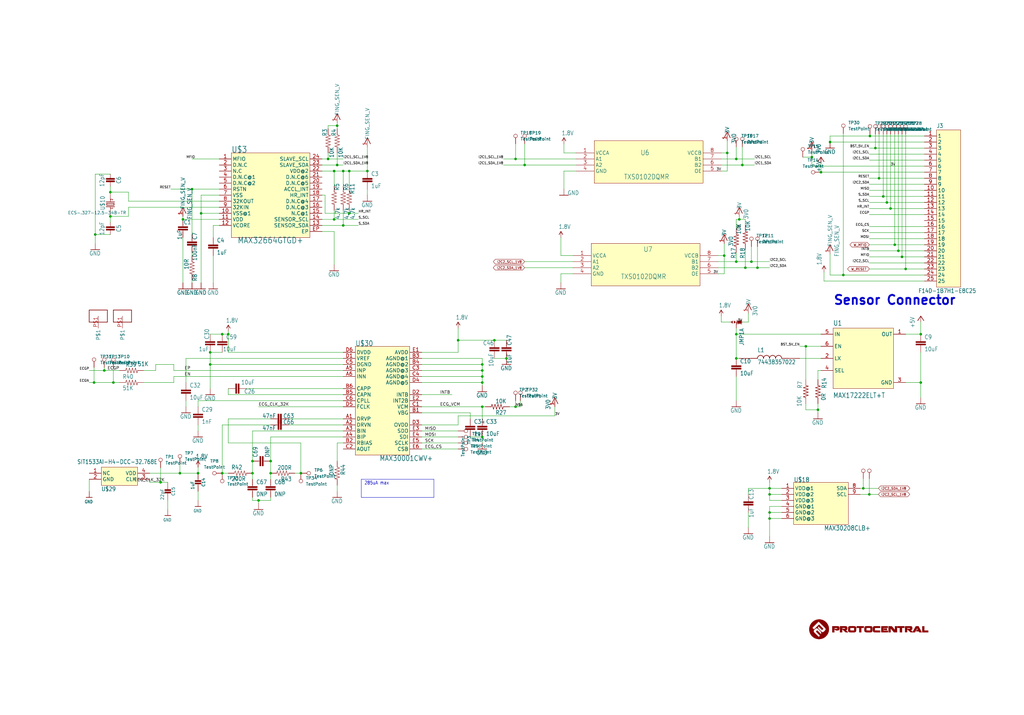
<source format=kicad_sch>
(kicad_sch (version 20250114) (generator "eeschema") (generator_version "9.0")
  (paper "User" 430.098 300.457)
  (text "Sensor Connector" (at 349.885 128.524 0) (effects (font (size 3.81 3.81) (thickness 0.762) (bold yes)) (justify left bottom)))
  (text "285uA max" (at 153.035 203.962 0) (effects (font (size 1.4224 1.209)) (justify left bottom)))
  (junction (at 365.125 207.772))
  (junction (at 216.535 66.802))
  (junction (at 354.203 115.57))
  (junction (at 309.245 109.982))
  (junction (at 323.215 205.232))
  (junction (at 207.645 143.002))
  (junction (at 192.405 143.002))
  (junction (at 313.055 112.522))
  (junction (at 43.815 155.702))
  (junction (at 141.605 69.342))
  (junction (at 202.565 153.162))
  (junction (at 377.317 105.41))
  (junction (at 310.515 92.202))
  (junction (at 305.435 64.262))
  (junction (at 202.565 170.942))
  (junction (at 202.565 183.642))
  (junction (at 106.045 198.882))
  (junction (at 113.665 198.882))
  (junction (at 80.645 79.502))
  (junction (at 46.355 90.932))
  (junction (at 386.715 160.782))
  (junction (at 113.665 193.802))
  (junction (at 95.885 140.462))
  (junction (at 304.165 107.442))
  (junction (at 47.625 160.782))
  (junction (at 40.005 98.552))
  (junction (at 144.145 94.742))
  (junction (at 144.145 71.882))
  (junction (at 75.565 198.882))
  (junction (at 323.215 215.392))
  (junction (at 67.437 202.692))
  (junction (at 46.355 80.772))
  (junction (at 386.715 140.462))
  (junction (at 93.345 198.882))
  (junction (at 154.305 71.882))
  (junction (at 378.841 107.95))
  (junction (at 344.805 72.39))
  (junction (at 202.565 155.702))
  (junction (at 220.345 69.342))
  (junction (at 83.185 198.882))
  (junction (at 141.605 52.832))
  (junction (at 108.585 210.312))
  (junction (at 202.565 160.782))
  (junction (at 88.265 153.162))
  (junction (at 372.491 85.09))
  (junction (at 309.245 66.802))
  (junction (at 202.565 158.242))
  (junction (at 309.245 140.462))
  (junction (at 39.497 160.782))
  (junction (at 343.535 172.212))
  (junction (at 88.265 148.082))
  (junction (at 311.785 69.342))
  (junction (at 323.215 207.772))
  (junction (at 374.015 87.63))
  (junction (at 216.535 170.942))
  (junction (at 370.967 82.55))
  (junction (at 146.685 89.662))
  (junction (at 76.835 92.202))
  (junction (at 140.335 71.882))
  (junction (at 318.135 112.522))
  (junction (at 338.455 145.542))
  (junction (at 369.189 74.93))
  (junction (at 365.379 57.15))
  (junction (at 323.215 217.932))
  (junction (at 362.585 205.232))
  (junction (at 375.793 102.87))
  (junction (at 84.455 89.662))
  (junction (at 106.045 193.802))
  (junction (at 137.795 66.802))
  (junction (at 348.615 59.69))
  (junction (at 146.685 71.882))
  (junction (at 340.995 66.04))
  (junction (at 367.665 62.23))
  (junction (at 212.725 150.622))
  (junction (at 140.335 92.202))
  (junction (at 126.365 198.882))
  (junction (at 93.345 140.462))
  (junction (at 309.245 150.622))
  (junction (at 380.365 113.03))
  (junction (at 315.595 109.982))
  (wire (pts (xy 328.295 212.852) (xy 323.215 212.852)) (stroke (width 0.1524)))
  (wire (pts (xy 192.405 148.082) (xy 192.405 143.002)) (stroke (width 0.1524)))
  (wire (pts (xy 144.145 178.562) (xy 121.285 178.562)) (stroke (width 0.1524)))
  (wire (pts (xy 113.665 183.642) (xy 113.665 193.802)) (stroke (width 0.1524)))
  (wire (pts (xy 65.405 155.702) (xy 65.405 153.162)) (stroke (width 0.1524)))
  (wire (pts (xy 354.203 56.134) (xy 354.203 115.57)))
  (wire (pts (xy 313.055 92.202) (xy 310.515 92.202)) (stroke (width 0.1524)))
  (wire (pts (xy 92.075 66.802) (xy 80.645 66.802)) (stroke (width 0.1524)))
  (wire (pts (xy 83.185 181.102) (xy 83.185 178.562)) (stroke (width 0.1524)))
  (wire (pts (xy 309.245 92.202) (xy 310.515 92.202)) (stroke (width 0.1524)))
  (wire (pts (xy 92.075 82.042) (xy 84.455 82.042)) (stroke (width 0.1524)))
  (wire (pts (xy 233.045 174.752) (xy 233.045 170.942)) (stroke (width 0.1524)))
  (wire (pts (xy 309.245 61.722) (xy 309.245 66.802)) (stroke (width 0.1524)))
  (wire (pts (xy 309.245 150.622) (xy 309.245 140.462)) (stroke (width 0.1524)))
  (wire (pts (xy 113.665 210.312) (xy 113.665 209.042)) (stroke (width 0.1524)))
  (wire (pts (xy 202.565 150.622) (xy 202.565 153.162)) (stroke (width 0.1524)))
  (wire (pts (xy 144.145 155.702) (xy 73.025 155.702)) (stroke (width 0.1524)))
  (wire (pts (xy 240.665 112.522) (xy 220.345 112.522)) (stroke (width 0.1524)))
  (wire (pts (xy 126.365 186.182) (xy 126.365 198.882)) (stroke (width 0.1524)))
  (wire (pts (xy 197.485 183.642) (xy 202.565 183.642)) (stroke (width 0.1524)))
  (wire (pts (xy 365.125 201.168) (xy 365.125 207.772)) (stroke (width 0.1524)))
  (wire (pts (xy 108.585 210.312) (xy 108.585 211.582)) (stroke (width 0.1524)))
  (wire (pts (xy 146.685 71.882) (xy 154.305 71.882)) (stroke (width 0.1524)))
  (wire (pts (xy 137.795 54.102) (xy 137.795 52.832)) (stroke (width 0.1524)))
  (wire (pts (xy 192.405 178.562) (xy 192.405 174.752)) (stroke (width 0.1524)))
  (wire (pts (xy 207.645 150.622) (xy 212.725 150.622)) (stroke (width 0.1524)))
  (wire (pts (xy 92.075 84.582) (xy 53.975 84.582)) (stroke (width 0.1524)))
  (wire (pts (xy 140.335 88.392) (xy 140.335 92.202)) (stroke (width 0.1524)))
  (wire (pts (xy 92.075 92.202) (xy 76.835 92.202)) (stroke (width 0.1524)))
  (wire (pts (xy 365.379 56.388) (xy 365.379 57.15)))
  (wire (pts (xy 362.585 205.232) (xy 368.935 205.232)) (stroke (width 0.1524)))
  (wire (pts (xy 323.215 212.852) (xy 323.215 215.392)) (stroke (width 0.1524)))
  (wire (pts (xy 47.625 160.782) (xy 50.165 160.782)) (stroke (width 0.1524)))
  (wire (pts (xy 323.215 205.232) (xy 314.325 205.232)) (stroke (width 0.1524)))
  (wire (pts (xy 144.145 181.102) (xy 106.045 181.102)) (stroke (width 0.1524)))
  (wire (pts (xy 310.515 92.202) (xy 310.515 90.932)) (stroke (width 0.1524)))
  (wire (pts (xy 302.895 64.262) (xy 305.435 64.262)) (stroke (width 0.1524)))
  (wire (pts (xy 388.239 82.55) (xy 370.967 82.55)) (stroke (width 0.1524)))
  (wire (pts (xy 388.239 105.41) (xy 377.317 105.41)) (stroke (width 0.1524)))
  (wire (pts (xy 314.325 135.382) (xy 314.325 131.572)) (stroke (width 0.1524)))
  (wire (pts (xy 144.145 168.402) (xy 83.185 168.402)) (stroke (width 0.1524)))
  (wire (pts (xy 309.245 96.012) (xy 309.245 92.202)) (stroke (width 0.1524)))
  (wire (pts (xy 95.885 176.022) (xy 95.885 186.182)) (stroke (width 0.1524)))
  (wire (pts (xy 40.005 73.152) (xy 40.005 98.552)) (stroke (width 0.1524)))
  (wire (pts (xy 388.239 69.85) (xy 340.995 69.85)) (stroke (width 0.1524)))
  (wire (pts (xy 354.203 115.57) (xy 348.615 115.57)) (stroke (width 0.1524)))
  (wire (pts (xy 177.165 150.622) (xy 202.565 150.622)) (stroke (width 0.1524)))
  (wire (pts (xy 388.239 115.57) (xy 354.203 115.57)) (stroke (width 0.1524)))
  (wire (pts (xy 144.145 78.232) (xy 144.145 71.882)) (stroke (width 0.1524)))
  (wire (pts (xy 388.239 57.15) (xy 365.379 57.15)) (stroke (width 0.1524)))
  (wire (pts (xy 146.685 88.392) (xy 146.685 89.662)) (stroke (width 0.1524)))
  (wire (pts (xy 328.295 205.232) (xy 323.215 205.232)) (stroke (width 0.1524)))
  (wire (pts (xy 70.485 214.122) (xy 70.485 210.312)) (stroke (width 0.1524)))
  (wire (pts (xy 76.835 118.872) (xy 76.835 99.822)) (stroke (width 0.1524)))
  (wire (pts (xy 154.305 71.882) (xy 154.305 61.722)) (stroke (width 0.1524)))
  (wire (pts (xy 344.805 140.462) (xy 309.245 140.462)) (stroke (width 0.1524)))
  (wire (pts (xy 220.345 69.342) (xy 211.455 69.342)) (stroke (width 0.1524)))
  (wire (pts (xy 306.705 135.382) (xy 302.895 135.382)) (stroke (width 0.1524)))
  (wire (pts (xy 380.365 160.782) (xy 386.715 160.782)) (stroke (width 0.1524)))
  (wire (pts (xy 40.005 98.552) (xy 46.355 98.552)) (stroke (width 0.1524)))
  (wire (pts (xy 218.567 168.402) (xy 218.567 170.942)))
  (wire (pts (xy 37.465 155.702) (xy 43.815 155.702)) (stroke (width 0.1524)))
  (wire (pts (xy 141.605 186.182) (xy 141.605 193.802)) (stroke (width 0.1524)))
  (wire (pts (xy 46.355 80.772) (xy 53.975 80.772)) (stroke (width 0.1524)))
  (wire (pts (xy 301.625 115.062) (xy 304.165 115.062)) (stroke (width 0.1524)))
  (wire (pts (xy 78.105 150.622) (xy 78.105 160.782)) (stroke (width 0.1524)))
  (wire (pts (xy 144.145 158.242) (xy 73.025 158.242)) (stroke (width 0.1524)))
  (wire (pts (xy 106.045 193.802) (xy 106.045 198.882)) (stroke (width 0.1524)))
  (wire (pts (xy 83.185 168.402) (xy 83.185 170.942)) (stroke (width 0.1524)))
  (wire (pts (xy 212.725 143.002) (xy 207.645 143.002)) (stroke (width 0.1524)))
  (wire (pts (xy 135.255 66.802) (xy 137.795 66.802)) (stroke (width 0.1524)))
  (wire (pts (xy 314.325 205.232) (xy 314.325 207.772)) (stroke (width 0.1524)))
  (wire (pts (xy 236.855 71.882) (xy 236.855 79.502)) (stroke (width 0.1524)))
  (wire (pts (xy 370.967 82.55) (xy 365.125 82.55)) (stroke (width 0.1524)))
  (wire (pts (xy 108.585 210.312) (xy 113.665 210.312)) (stroke (width 0.1524)))
  (wire (pts (xy 95.885 148.082) (xy 95.885 140.462)) (stroke (width 0.1524)))
  (wire (pts (xy 388.239 113.03) (xy 380.365 113.03)) (stroke (width 0.1524)))
  (wire (pts (xy 301.625 109.982) (xy 309.245 109.982)) (stroke (width 0.1524)))
  (wire (pts (xy 202.565 186.182) (xy 202.565 183.642)) (stroke (width 0.1524)))
  (wire (pts (xy 388.239 90.17) (xy 365.125 90.17)) (stroke (width 0.1524)))
  (wire (pts (xy 95.885 165.862) (xy 95.885 163.322)) (stroke (width 0.1524)))
  (wire (pts (xy 343.535 173.482) (xy 343.535 172.212)) (stroke (width 0.1524)))
  (wire (pts (xy 46.355 93.472) (xy 46.355 90.932)) (stroke (width 0.1524)))
  (wire (pts (xy 80.645 98.552) (xy 80.645 79.502)) (stroke (width 0.1524)))
  (wire (pts (xy 374.015 87.63) (xy 365.125 87.63)) (stroke (width 0.1524)))
  (wire (pts (xy 135.255 97.282) (xy 140.335 97.282)) (stroke (width 0.1524)))
  (wire (pts (xy 37.465 160.782) (xy 39.497 160.782)) (stroke (width 0.1524)))
  (wire (pts (xy 106.045 210.312) (xy 108.585 210.312)) (stroke (width 0.1524)))
  (wire (pts (xy 146.685 78.232) (xy 146.685 71.882)) (stroke (width 0.1524)))
  (wire (pts (xy 202.565 160.782) (xy 202.565 162.052)) (stroke (width 0.1524)))
  (wire (pts (xy 177.165 188.722) (xy 192.405 188.722)) (stroke (width 0.1524)))
  (wire (pts (xy 106.045 181.102) (xy 106.045 193.802)) (stroke (width 0.1524)))
  (wire (pts (xy 388.239 87.63) (xy 374.015 87.63)) (stroke (width 0.1524)))
  (wire (pts (xy 95.885 140.462) (xy 95.885 139.192)) (stroke (width 0.1524)))
  (wire (pts (xy 192.405 143.002) (xy 207.645 143.002)) (stroke (width 0.1524)))
  (wire (pts (xy 314.325 221.742) (xy 314.325 215.392)) (stroke (width 0.1524)))
  (wire (pts (xy 47.625 154.432) (xy 47.625 160.782)) (stroke (width 0.1524)))
  (wire (pts (xy 88.265 153.162) (xy 88.265 163.322)) (stroke (width 0.1524)))
  (wire (pts (xy 311.785 61.722) (xy 311.785 69.342)) (stroke (width 0.1524)))
  (wire (pts (xy 216.535 66.802) (xy 211.455 66.802)) (stroke (width 0.1524)))
  (wire (pts (xy 346.075 118.11) (xy 346.075 114.3)) (stroke (width 0.1524)))
  (wire (pts (xy 374.015 56.388) (xy 374.015 87.63)))
  (wire (pts (xy 388.239 107.95) (xy 378.841 107.95)) (stroke (width 0.1524)))
  (polyline (pts (xy 182.245 209.042) (xy 151.765 209.042)) (stroke (width 0.1524) (type solid)))
  (wire (pts (xy 388.239 80.01) (xy 365.125 80.01)) (stroke (width 0.1524)))
  (wire (pts (xy 388.239 85.09) (xy 372.491 85.09)) (stroke (width 0.1524)))
  (wire (pts (xy 88.265 148.082) (xy 88.265 153.162)) (stroke (width 0.1524)))
  (wire (pts (xy 93.345 148.082) (xy 88.265 148.082)) (stroke (width 0.1524)))
  (wire (pts (xy 177.165 158.242) (xy 202.565 158.242)) (stroke (width 0.1524)))
  (wire (pts (xy 318.135 112.522) (xy 323.215 112.522)) (stroke (width 0.1524)))
  (wire (pts (xy 348.615 57.15) (xy 348.615 59.69)) (stroke (width 0.1524)))
  (wire (pts (xy 311.785 69.342) (xy 316.865 69.342)) (stroke (width 0.1524)))
  (wire (pts (xy 62.865 198.882) (xy 75.565 198.882)) (stroke (width 0.1524)))
  (wire (pts (xy 177.165 155.702) (xy 202.565 155.702)) (stroke (width 0.1524)))
  (wire (pts (xy 136.525 89.662) (xy 146.685 89.662)) (stroke (width 0.1524)))
  (wire (pts (xy 309.245 106.172) (xy 309.245 109.982)) (stroke (width 0.1524)))
  (wire (pts (xy 377.317 105.41) (xy 365.125 105.41)) (stroke (width 0.1524)))
  (wire (pts (xy 388.239 59.69) (xy 348.615 59.69)) (stroke (width 0.1524)))
  (wire (pts (xy 335.915 150.622) (xy 344.805 150.622)) (stroke (width 0.1524)))
  (wire (pts (xy 202.565 153.162) (xy 202.565 155.702)) (stroke (width 0.1524)))
  (wire (pts (xy 309.245 109.982) (xy 315.595 109.982)) (stroke (width 0.1524)))
  (wire (pts (xy 241.935 69.342) (xy 220.345 69.342)) (stroke (width 0.1524)))
  (wire (pts (xy 75.565 195.072) (xy 75.565 198.882)) (stroke (width 0.1524)))
  (wire (pts (xy 337.185 66.04) (xy 340.995 66.04)) (stroke (width 0.1524)))
  (wire (pts (xy 40.005 98.552) (xy 40.005 102.362)) (stroke (width 0.1524)))
  (wire (pts (xy 365.379 57.15) (xy 348.615 57.15)) (stroke (width 0.1524)))
  (wire (pts (xy 39.497 160.782) (xy 47.625 160.782)) (stroke (width 0.1524)))
  (wire (pts (xy 39.497 154.432) (xy 39.497 160.782)))
  (wire (pts (xy 302.895 66.802) (xy 309.245 66.802)) (stroke (width 0.1524)))
  (wire (pts (xy 338.455 169.672) (xy 338.455 172.212)) (stroke (width 0.1524)))
  (wire (pts (xy 323.215 210.312) (xy 323.215 207.772)) (stroke (width 0.1524)))
  (wire (pts (xy 37.465 201.422) (xy 37.465 206.502)) (stroke (width 0.1524)))
  (wire (pts (xy 177.165 173.482) (xy 197.485 173.482)) (stroke (width 0.1524)))
  (wire (pts (xy 177.165 181.102) (xy 192.405 181.102)) (stroke (width 0.1524)))
  (wire (pts (xy 305.435 64.262) (xy 305.435 59.182)) (stroke (width 0.1524)))
  (wire (pts (xy 304.165 107.442) (xy 304.165 102.362)) (stroke (width 0.1524)))
  (wire (pts (xy 84.455 82.042) (xy 84.455 89.662)) (stroke (width 0.1524)))
  (wire (pts (xy 140.335 97.282) (xy 140.335 111.252)) (stroke (width 0.1524)))
  (wire (pts (xy 315.595 109.982) (xy 323.215 109.982)) (stroke (width 0.1524)))
  (wire (pts (xy 53.975 87.122) (xy 53.975 90.932)) (stroke (width 0.1524)))
  (wire (pts (xy 388.239 74.93) (xy 369.189 74.93)) (stroke (width 0.1524)))
  (wire (pts (xy 46.355 90.932) (xy 53.975 90.932)) (stroke (width 0.1524)))
  (wire (pts (xy 89.535 94.742) (xy 89.535 99.822)) (stroke (width 0.1524)))
  (wire (pts (xy 140.335 71.882) (xy 144.145 71.882)) (stroke (width 0.1524)))
  (wire (pts (xy 216.535 168.402) (xy 216.535 170.942)) (stroke (width 0.1524)))
  (wire (pts (xy 380.365 140.462) (xy 386.715 140.462)) (stroke (width 0.1524)))
  (wire (pts (xy 388.239 67.31) (xy 365.125 67.31)) (stroke (width 0.1524)))
  (wire (pts (xy 135.255 94.742) (xy 144.145 94.742)) (stroke (width 0.1524)))
  (wire (pts (xy 309.245 168.402) (xy 309.245 158.242)) (stroke (width 0.1524)))
  (wire (pts (xy 378.841 56.388) (xy 378.841 107.95)))
  (wire (pts (xy 141.605 52.832) (xy 141.605 54.102)) (stroke (width 0.1524)))
  (wire (pts (xy 92.075 89.662) (xy 84.455 89.662)) (stroke (width 0.1524)))
  (wire (pts (xy 241.935 71.882) (xy 236.855 71.882)) (stroke (width 0.1524)))
  (wire (pts (xy 113.665 178.562) (xy 93.345 178.562)) (stroke (width 0.1524)))
  (wire (pts (xy 388.239 64.77) (xy 365.125 64.77)) (stroke (width 0.1524)))
  (wire (pts (xy 93.345 178.562) (xy 93.345 198.882)) (stroke (width 0.1524)))
  (wire (pts (xy 141.605 52.832) (xy 141.605 51.562)) (stroke (width 0.1524)))
  (wire (pts (xy 323.215 217.932) (xy 323.215 225.552)) (stroke (width 0.1524)))
  (wire (pts (xy 202.565 170.942) (xy 202.565 176.022)) (stroke (width 0.1524)))
  (wire (pts (xy 144.145 148.082) (xy 95.885 148.082)) (stroke (width 0.1524)))
  (wire (pts (xy 93.345 140.462) (xy 95.885 140.462)) (stroke (width 0.1524)))
  (wire (pts (xy 235.585 107.442) (xy 235.585 99.822)) (stroke (width 0.1524)))
  (wire (pts (xy 241.935 64.262) (xy 236.855 64.262)) (stroke (width 0.1524)))
  (wire (pts (xy 240.665 109.982) (xy 220.345 109.982)) (stroke (width 0.1524)))
  (wire (pts (xy 309.245 66.802) (xy 316.865 66.802)) (stroke (width 0.1524)))
  (wire (pts (xy 106.045 198.882) (xy 106.045 201.422)) (stroke (width 0.1524)))
  (wire (pts (xy 220.345 60.452) (xy 220.345 69.342)) (stroke (width 0.1524)))
  (wire (pts (xy 377.317 56.388) (xy 377.317 105.41)))
  (wire (pts (xy 67.437 202.692) (xy 70.485 202.692)) (stroke (width 0.1524)))
  (wire (pts (xy 311.785 135.382) (xy 314.325 135.382)) (stroke (width 0.1524)))
  (wire (pts (xy 144.145 186.182) (xy 141.605 186.182)) (stroke (width 0.1524)))
  (wire (pts (xy 241.935 66.802) (xy 216.535 66.802)) (stroke (width 0.1524)))
  (wire (pts (xy 46.355 80.772) (xy 46.355 78.232)) (stroke (width 0.1524)))
  (wire (pts (xy 344.805 72.39) (xy 344.805 68.58)) (stroke (width 0.1524)))
  (wire (pts (xy 375.793 56.388) (xy 375.793 102.87)))
  (wire (pts (xy 83.185 210.312) (xy 83.185 206.502)) (stroke (width 0.1524)))
  (wire (pts (xy 80.645 79.502) (xy 71.755 79.502)) (stroke (width 0.1524)))
  (wire (pts (xy 177.165 165.862) (xy 189.865 165.862)) (stroke (width 0.1524)))
  (wire (pts (xy 236.855 64.262) (xy 236.855 60.452)) (stroke (width 0.1524)))
  (wire (pts (xy 43.815 154.432) (xy 43.815 155.702)) (stroke (width 0.1524)))
  (wire (pts (xy 388.239 95.25) (xy 365.125 95.25)) (stroke (width 0.1524)))
  (wire (pts (xy 62.865 201.422) (xy 62.865 202.692)) (stroke (width 0.1524)))
  (wire (pts (xy 344.805 72.39) (xy 388.239 72.39)) (stroke (width 0.1524)))
  (wire (pts (xy 369.189 74.93) (xy 365.125 74.93)) (stroke (width 0.1524)))
  (wire (pts (xy 135.255 92.202) (xy 140.335 92.202)) (stroke (width 0.1524)))
  (wire (pts (xy 378.841 107.95) (xy 365.125 107.95)) (stroke (width 0.1524)))
  (wire (pts (xy 144.145 150.622) (xy 78.105 150.622)) (stroke (width 0.1524)))
  (wire (pts (xy 46.355 73.152) (xy 40.005 73.152)) (stroke (width 0.1524)))
  (wire (pts (xy 92.075 87.122) (xy 53.975 87.122)) (stroke (width 0.1524)))
  (wire (pts (xy 135.255 69.342) (xy 141.605 69.342)) (stroke (width 0.1524)))
  (wire (pts (xy 144.145 163.322) (xy 103.505 163.322)) (stroke (width 0.1524)))
  (wire (pts (xy 126.365 198.882) (xy 123.825 198.882)) (stroke (width 0.1524)))
  (polyline (pts (xy 151.765 201.422) (xy 182.245 201.422)) (stroke (width 0.1524) (type solid)))
  (wire (pts (xy 177.165 153.162) (xy 202.565 153.162)) (stroke (width 0.1524)))
  (wire (pts (xy 192.405 174.752) (xy 233.045 174.752)) (stroke (width 0.1524)))
  (wire (pts (xy 310.515 150.622) (xy 309.245 150.622)) (stroke (width 0.1524)))
  (wire (pts (xy 344.805 145.542) (xy 338.455 145.542)) (stroke (width 0.1524)))
  (wire (pts (xy 192.405 143.002) (xy 192.405 137.922)) (stroke (width 0.1524)))
  (wire (pts (xy 92.075 94.742) (xy 89.535 94.742)) (stroke (width 0.1524)))
  (wire (pts (xy 62.865 202.692) (xy 67.437 202.692)) (stroke (width 0.1524)))
  (wire (pts (xy 302.895 135.382) (xy 302.895 132.842)) (stroke (width 0.1524)))
  (wire (pts (xy 135.255 71.882) (xy 140.335 71.882)) (stroke (width 0.1524)))
  (wire (pts (xy 372.491 85.09) (xy 365.125 85.09)) (stroke (width 0.1524)))
  (wire (pts (xy 365.125 207.772) (xy 368.935 207.772)) (stroke (width 0.1524)))
  (wire (pts (xy 95.885 198.882) (xy 93.345 198.882)) (stroke (width 0.1524)))
  (wire (pts (xy 80.645 107.442) (xy 80.645 106.172)) (stroke (width 0.1524)))
  (wire (pts (xy 60.325 160.782) (xy 73.025 160.782)) (stroke (width 0.1524)))
  (wire (pts (xy 388.239 97.79) (xy 365.125 97.79)) (stroke (width 0.1524)))
  (wire (pts (xy 309.245 137.922) (xy 309.245 140.462)) (stroke (width 0.1524)))
  (wire (pts (xy 177.165 170.942) (xy 202.565 170.942)) (stroke (width 0.1524)))
  (wire (pts (xy 388.239 110.49) (xy 365.125 110.49)) (stroke (width 0.1524)))
  (wire (pts (xy 144.145 170.942) (xy 108.585 170.942)) (stroke (width 0.1524)))
  (wire (pts (xy 344.805 155.702) (xy 343.535 155.702)) (stroke (width 0.1524)))
  (wire (pts (xy 216.535 60.452) (xy 216.535 66.802)) (stroke (width 0.1524)))
  (wire (pts (xy 144.145 176.022) (xy 121.285 176.022)) (stroke (width 0.1524)))
  (wire (pts (xy 67.437 196.596) (xy 67.437 202.692)))
  (wire (pts (xy 144.145 94.742) (xy 150.495 94.742)) (stroke (width 0.1524)))
  (wire (pts (xy 348.615 115.57) (xy 348.615 106.68)) (stroke (width 0.1524)))
  (wire (pts (xy 318.135 103.632) (xy 318.135 112.522)) (stroke (width 0.1524)))
  (wire (pts (xy 304.165 115.062) (xy 304.165 107.442)) (stroke (width 0.1524)))
  (wire (pts (xy 328.295 207.772) (xy 323.215 207.772)) (stroke (width 0.1524)))
  (wire (pts (xy 240.665 107.442) (xy 235.585 107.442)) (stroke (width 0.1524)))
  (wire (pts (xy 78.105 170.942) (xy 78.105 168.402)) (stroke (width 0.1524)))
  (wire (pts (xy 301.625 112.522) (xy 313.055 112.522)) (stroke (width 0.1524)))
  (wire (pts (xy 388.239 118.11) (xy 346.075 118.11)) (stroke (width 0.1524)))
  (wire (pts (xy 380.365 113.03) (xy 365.125 113.03)) (stroke (width 0.1524)))
  (wire (pts (xy 361.315 207.772) (xy 365.125 207.772)) (stroke (width 0.1524)))
  (wire (pts (xy 177.165 160.782) (xy 202.565 160.782)) (stroke (width 0.1524)))
  (wire (pts (xy 135.255 82.042) (xy 136.525 82.042)) (stroke (width 0.1524)))
  (wire (pts (xy 141.605 64.262) (xy 141.605 69.342)) (stroke (width 0.1524)))
  (wire (pts (xy 313.055 112.522) (xy 318.135 112.522)) (stroke (width 0.1524)))
  (wire (pts (xy 218.567 170.942) (xy 216.535 170.942)))
  (wire (pts (xy 343.535 155.702) (xy 343.535 159.512)) (stroke (width 0.1524)))
  (wire (pts (xy 338.455 159.512) (xy 338.455 145.542)) (stroke (width 0.1524)))
  (wire (pts (xy 80.645 118.872) (xy 80.645 117.602)) (stroke (width 0.1524)))
  (wire (pts (xy 140.335 92.202) (xy 150.495 92.202)) (stroke (width 0.1524)))
  (wire (pts (xy 136.525 82.042) (xy 136.525 89.662)) (stroke (width 0.1524)))
  (polyline (pts (xy 151.765 209.042) (xy 151.765 201.422)) (stroke (width 0.1524) (type solid)))
  (wire (pts (xy 146.685 89.662) (xy 150.495 89.662)) (stroke (width 0.1524)))
  (wire (pts (xy 53.975 84.582) (xy 53.975 80.772)) (stroke (width 0.1524)))
  (wire (pts (xy 88.265 140.462) (xy 93.345 140.462)) (stroke (width 0.1524)))
  (wire (pts (xy 386.715 160.782) (xy 386.715 167.132)) (stroke (width 0.1524)))
  (wire (pts (xy 76.835 92.202) (xy 76.835 90.932)) (stroke (width 0.1524)))
  (wire (pts (xy 388.239 77.47) (xy 365.125 77.47)) (stroke (width 0.1524)))
  (wire (pts (xy 315.595 103.632) (xy 315.595 109.982)) (stroke (width 0.1524)))
  (wire (pts (xy 73.025 155.702) (xy 73.025 153.162)) (stroke (width 0.1524)))
  (wire (pts (xy 177.165 186.182) (xy 192.405 186.182)) (stroke (width 0.1524)))
  (wire (pts (xy 380.365 56.388) (xy 380.365 113.03)))
  (wire (pts (xy 372.491 56.388) (xy 372.491 85.09)))
  (wire (pts (xy 240.665 115.062) (xy 235.585 115.062)) (stroke (width 0.1524)))
  (wire (pts (xy 375.793 102.87) (xy 365.125 102.87)) (stroke (width 0.1524)))
  (wire (pts (xy 370.967 56.388) (xy 370.967 82.55)))
  (wire (pts (xy 144.145 153.162) (xy 88.265 153.162)) (stroke (width 0.1524)))
  (wire (pts (xy 340.995 63.5) (xy 340.995 66.04)) (stroke (width 0.1524)))
  (wire (pts (xy 141.605 69.342) (xy 144.145 69.342)) (stroke (width 0.1524)))
  (wire (pts (xy 386.715 140.462) (xy 386.715 135.382)) (stroke (width 0.1524)))
  (wire (pts (xy 177.165 148.082) (xy 192.405 148.082)) (stroke (width 0.1524)))
  (wire (pts (xy 144.145 71.882) (xy 146.685 71.882)) (stroke (width 0.1524)))
  (wire (pts (xy 113.665 198.882) (xy 113.665 201.422)) (stroke (width 0.1524)))
  (wire (pts (xy 202.565 158.242) (xy 202.565 160.782)) (stroke (width 0.1524)))
  (wire (pts (xy 106.045 209.042) (xy 106.045 210.312)) (stroke (width 0.1524)))
  (wire (pts (xy 323.215 215.392) (xy 323.215 217.932)) (stroke (width 0.1524)))
  (wire (pts (xy 338.455 145.542) (xy 335.915 145.542)) (stroke (width 0.1524)))
  (wire (pts (xy 65.405 153.162) (xy 73.025 153.162)) (stroke (width 0.1524)))
  (wire (pts (xy 340.995 66.04) (xy 340.995 69.85)) (stroke (width 0.1524)))
  (wire (pts (xy 73.025 158.242) (xy 73.025 160.782)) (stroke (width 0.1524)))
  (wire (pts (xy 367.665 56.388) (xy 367.665 62.23)))
  (wire (pts (xy 144.145 88.392) (xy 144.145 94.742)) (stroke (width 0.1524)))
  (wire (pts (xy 50.165 155.702) (xy 43.815 155.702)) (stroke (width 0.1524)))
  (wire (pts (xy 388.239 62.23) (xy 367.665 62.23)) (stroke (width 0.1524)))
  (wire (pts (xy 338.455 172.212) (xy 343.535 172.212)) (stroke (width 0.1524)))
  (wire (pts (xy 154.305 82.042) (xy 154.305 79.502)) (stroke (width 0.1524)))
  (wire (pts (xy 137.795 64.262) (xy 137.795 66.802)) (stroke (width 0.1524)))
  (wire (pts (xy 144.145 165.862) (xy 95.885 165.862)) (stroke (width 0.1524)))
  (wire (pts (xy 328.295 215.392) (xy 323.215 215.392)) (stroke (width 0.1524)))
  (wire (pts (xy 302.895 69.342) (xy 311.785 69.342)) (stroke (width 0.1524)))
  (wire (pts (xy 137.795 66.802) (xy 144.145 66.802)) (stroke (width 0.1524)))
  (wire (pts (xy 95.885 176.022) (xy 113.665 176.022)) (stroke (width 0.1524)))
  (wire (pts (xy 386.715 148.082) (xy 386.715 160.782)) (stroke (width 0.1524)))
  (wire (pts (xy 361.315 205.232) (xy 362.585 205.232)) (stroke (width 0.1524)))
  (wire (pts (xy 60.325 155.702) (xy 65.405 155.702)) (stroke (width 0.1524)))
  (wire (pts (xy 302.895 71.882) (xy 305.435 71.882)) (stroke (width 0.1524)))
  (wire (pts (xy 83.185 198.882) (xy 83.185 196.342)) (stroke (width 0.1524)))
  (wire (pts (xy 177.165 183.642) (xy 192.405 183.642)) (stroke (width 0.1524)))
  (wire (pts (xy 313.055 104.902) (xy 313.055 112.522)) (stroke (width 0.1524)))
  (wire (pts (xy 301.625 107.442) (xy 304.165 107.442)) (stroke (width 0.1524)))
  (wire (pts (xy 213.995 170.942) (xy 216.535 170.942)) (stroke (width 0.1524)))
  (wire (pts (xy 343.535 172.212) (xy 343.535 169.672)) (stroke (width 0.1524)))
  (wire (pts (xy 323.215 207.772) (xy 323.215 205.232)) (stroke (width 0.1524)))
  (polyline (pts (xy 182.245 201.422) (xy 182.245 209.042)) (stroke (width 0.1524) (type solid)))
  (wire (pts (xy 328.295 210.312) (xy 323.215 210.312)) (stroke (width 0.1524)))
  (wire (pts (xy 367.665 62.23) (xy 365.125 62.23)) (stroke (width 0.1524)))
  (wire (pts (xy 328.295 217.932) (xy 323.215 217.932)) (stroke (width 0.1524)))
  (wire (pts (xy 362.585 201.168) (xy 362.585 205.232)) (stroke (width 0.1524)))
  (wire (pts (xy 89.535 118.872) (xy 89.535 107.442)) (stroke (width 0.1524)))
  (wire (pts (xy 305.435 71.882) (xy 305.435 64.262)) (stroke (width 0.1524)))
  (wire (pts (xy 137.795 52.832) (xy 141.605 52.832)) (stroke (width 0.1524)))
  (wire (pts (xy 95.885 186.182) (xy 126.365 186.182)) (stroke (width 0.1524)))
  (wire (pts (xy 203.835 170.942) (xy 202.565 170.942)) (stroke (width 0.1524)))
  (wire (pts (xy 369.189 56.388) (xy 369.189 74.93)))
  (wire (pts (xy 92.075 79.502) (xy 80.645 79.502)) (stroke (width 0.1524)))
  (wire (pts (xy 144.145 183.642) (xy 113.665 183.642)) (stroke (width 0.1524)))
  (wire (pts (xy 197.485 173.482) (xy 197.485 176.022)) (stroke (width 0.1524)))
  (wire (pts (xy 323.215 205.232) (xy 323.215 202.692)) (stroke (width 0.1524)))
  (wire (pts (xy 140.335 78.232) (xy 140.335 71.882)) (stroke (width 0.1524)))
  (wire (pts (xy 141.605 206.502) (xy 141.605 203.962)) (stroke (width 0.1524)))
  (wire (pts (xy 113.665 193.802) (xy 113.665 198.882)) (stroke (width 0.1524)))
  (wire (pts (xy 202.565 155.702) (xy 202.565 158.242)) (stroke (width 0.1524)))
  (wire (pts (xy 84.455 89.662) (xy 84.455 118.872)) (stroke (width 0.1524)))
  (wire (pts (xy 388.239 100.33) (xy 365.125 100.33)) (stroke (width 0.1524)))
  (wire (pts (xy 388.239 102.87) (xy 375.793 102.87)) (stroke (width 0.1524)))
  (wire (pts (xy 177.165 178.562) (xy 192.405 178.562)) (stroke (width 0.1524)))
  (wire (pts (xy 235.585 115.062) (xy 235.585 118.872)) (stroke (width 0.1524)))
  (wire (pts (xy 313.055 92.202) (xy 313.055 94.742)) (stroke (width 0.1524)))
  (wire (pts (xy 75.565 198.882) (xy 83.185 198.882)) (stroke (width 0.1524)))
  (label "MOSI" (at 178.435 183.642 0) (effects (font (size 1.2446 1.2446))))
  (label "ECG_CLK_32K" (at 108.585 170.942 0) (effects (font (size 1.2446 1.2446))))
  (label "INTB" (at 365.125 105.41 180) (effects (font (size 0.9957 0.9957))))
  (label "I2C1_SDA" (at 365.125 67.31 180) (effects (font (size 0.9957 0.9957))))
  (label "I2C1_SCL" (at 316.865 66.802 0) (effects (font (size 0.9957 0.9957))))
  (label "I2C1_SDA" (at 316.865 69.342 0) (effects (font (size 0.9957 0.9957))))
  (label "SCK" (at 178.435 186.182 0) (effects (font (size 1.2446 1.2446))))
  (label "I2C1_SCL" (at 365.125 64.77 180) (effects (font (size 0.9957 0.9957))))
  (label "I2C2_SCL" (at 365.125 110.49 180) (effects (font (size 0.9957 0.9957))))
  (label "3V" (at 374.015 69.85 0) (effects (font (size 1.016 1.016))))
  (label "MOSI" (at 365.125 100.33 180) (effects (font (size 0.9957 0.9957))))
  (label "3V" (at 311.785 135.382 180) (effects (font (size 1.016 1.016))))
  (label "INTB" (at 184.785 165.862 0) (effects (font (size 1.2446 1.2446))))
  (label "I2C2_SDA" (at 323.215 112.522 0) (effects (font (size 0.9957 0.9957))))
  (label "RESET" (at 365.125 74.93 180) (effects (font (size 0.9957 0.9957))))
  (label "N$6" (at 216.535 170.942 0) (effects (font (size 0.9957 0.9957))))
  (label "S_SCL" (at 150.495 92.202 0) (effects (font (size 0.9957 0.9957))))
  (label "I2C1_SDA_1V8" (at 211.455 69.342 180) (effects (font (size 0.9957 0.9957))))
  (label "I2C2_SCL" (at 323.215 109.982 0) (effects (font (size 0.9957 0.9957))))
  (label "S_SCL" (at 365.125 85.09 180) (effects (font (size 0.9957 0.9957))))
  (label "3V" (at 302.895 71.882 180) (effects (font (size 1.016 1.016))))
  (label "MFIO" (at 365.125 107.95 180) (effects (font (size 0.9957 0.9957))))
  (label "BST_5V_EN" (at 365.125 62.23 180) (effects (font (size 0.9957 0.9957))))
  (label "ECGP" (at 45.085 155.702 0) (effects (font (size 1.2446 1.2446))))
  (label "S_SDA" (at 365.125 82.55 180) (effects (font (size 0.9957 0.9957))))
  (label "I2C1_SCL_1V8" (at 211.455 66.802 180) (effects (font (size 0.9957 0.9957))))
  (label "I2C1_SDA_1V8" (at 144.145 69.342 0) (effects (font (size 0.9957 0.9957))))
  (label "3V" (at 301.625 115.062 180) (effects (font (size 1.016 1.016))))
  (label "I2C1_SCL_1V8" (at 144.145 66.802 0) (effects (font (size 0.9957 0.9957))))
  (label "SCK" (at 365.125 97.79 180) (effects (font (size 0.9957 0.9957))))
  (label "HR_INT" (at 365.125 87.63 180) (effects (font (size 0.9957 0.9957))))
  (label "MFIO" (at 81.915 66.802 180) (effects (font (size 0.9957 0.9957))))
  (label "EP" (at 77.47 155.702 0) (effects (font (size 1.2446 1.2446))))
  (label "ECG_CS" (at 178.435 188.722 0) (effects (font (size 1.2446 1.2446))))
  (label "MISO" (at 178.435 181.102 0) (effects (font (size 1.2446 1.2446))))
  (label "S_SDA" (at 150.495 94.742 0) (effects (font (size 0.9957 0.9957))))
  (label "ECG_CLK_32K" (at 69.215 202.692 180) (effects (font (size 1.2446 1.2446))))
  (label "ECG_CS" (at 365.125 95.25 180) (effects (font (size 0.9957 0.9957))))
  (label "BST_5V_EN" (at 335.915 145.542 180) (effects (font (size 0.9957 0.9957))))
  (label "ECG_VCM" (at 184.785 170.942 0) (effects (font (size 1.2446 1.2446))))
  (label "EN" (at 77.47 158.242 0) (effects (font (size 1.2446 1.2446))))
  (label "HR_INT" (at 150.495 89.662 0) (effects (font (size 0.9957 0.9957))))
  (label "ECGN" (at 37.465 160.782 180) (effects (font (size 0.9957 0.9957))))
  (label "MISO" (at 365.125 80.01 180) (effects (font (size 0.9957 0.9957))))
  (label "ECGP" (at 37.465 155.702 180) (effects (font (size 0.9957 0.9957))))
  (label "3V" (at 309.245 96.012 0) (effects (font (size 1.016 1.016))))
  (label "3V" (at 233.045 174.752 0) (effects (font (size 1.016 1.016))))
  (label "RESET" (at 71.755 79.502 180) (effects (font (size 0.9957 0.9957))))
  (label "I2C2_SDA" (at 365.125 77.47 180) (effects (font (size 0.9957 0.9957))))
  (label "ECGP" (at 365.125 90.17 180) (effects (font (size 0.9957 0.9957))))
  (global_label "I2C2_SDA_1V8" (shape bidirectional) (at 220.345 112.522 180) (effects (font (size 0.9957 0.9957))) (property "Intersheetrefs" "${INTERSHEET_REFS}" (effects (hide yes))))
  (global_label "I2C2_SCL_1V8" (shape bidirectional) (at 368.935 207.772 0) (effects (font (size 0.9957 0.9957))) (property "Intersheetrefs" "${INTERSHEET_REFS}" (effects (hide yes))))
  (global_label "I2C2_SDA_1V8" (shape bidirectional) (at 368.935 205.232 0) (effects (font (size 0.9957 0.9957))) (property "Intersheetrefs" "${INTERSHEET_REFS}" (effects (hide yes))))
  (global_label "W_MFIO" (shape bidirectional) (at 365.125 102.87 180) (effects (font (size 0.9957 0.9957))) (property "Intersheetrefs" "${INTERSHEET_REFS}" (effects (hide yes))))
  (global_label "I2C2_SCL_1V8" (shape bidirectional) (at 220.345 109.982 180) (effects (font (size 0.9957 0.9957))) (property "Intersheetrefs" "${INTERSHEET_REFS}" (effects (hide yes))))
  (global_label "W_RESET" (shape bidirectional) (at 365.125 113.03 180) (effects (font (size 0.9957 0.9957))) (property "Intersheetrefs" "${INTERSHEET_REFS}" (effects (hide yes))))
  (symbol (lib_id "Connector:TestPoint") (at 39.497 154.432 0) (unit 1)
    (property "Reference" "TP31" (at 42.037 149.8599 0) (effects (justify left)))
    (property "Value" "TestPoint" (at 42.037 152.3999 0) (effects (justify left)))
    (property "Footprint" "TestPoint:TestPoint_THTPad_D2.0mm_Drill1.0mm" (effects (hide yes)))
    (property "Description" "test point" (effects (hide yes)))
  )
  (symbol (lib_id "Connector:TestPoint") (at 344.805 72.39 90) (unit 1)
    (property "Reference" "TP14" (at 341.503 67.31 90))
    (property "Value" "TestPoint" (at 341.503 69.85 90))
    (property "Footprint" "TestPoint:TestPoint_Pad_1.0x1.0mm" (effects (hide yes)))
    (property "Description" "test point" (effects (hide yes)))
  )
  (symbol (lib_id "pc_healthypi_move_sensor_v7-eagle-import:supply1_371_GND") (at 80.645 121.412 0) (unit 1)
    (property "Reference" "#GND6" (effects (hide yes)))
    (property "Value" "GND" (at 78.105 123.952 0) (effects (font (size 1.778 1.5113)) (justify left bottom)))
  )
  (symbol (lib_id "pc_healthypi_move_sensor_v7-eagle-import:SPACER") (at 51.435 131.572 0) (unit 1)
    (property "Reference" "U$28" (effects (hide yes)))
    (property "Value" "SPACER" (effects (hide yes)))
    (property "Footprint" "pc_healthypi_move_sensor_v7:SPACER" (effects (hide yes)))
  )
  (symbol (lib_id "pc_healthypi_move_sensor_v7-eagle-import:CAP_CERAMIC0402") (at 83.185 203.962 0) (mirror y) (unit 1)
    (property "Reference" "C14" (at 85.475 202.712 90))
    (property "Value" "1uF" (at 80.885 203.982 90))
    (property "Footprint" "pc_healthypi_move_sensor_v7:0402" (effects (hide yes)))
  )
  (symbol (lib_id "Connector:TestPoint") (at 192.405 181.102 270) (unit 1)
    (property "Reference" "TP3" (at 196.9771 183.134 0) (effects (justify left)))
    (property "Value" "TestPoint" (at 194.4371 183.134 0) (effects (justify left)))
    (property "Footprint" "TestPoint:TestPoint_Pad_1.0x1.0mm" (effects (hide yes)))
    (property "Description" "test point" (effects (hide yes)))
  )
  (symbol (lib_id "pc_healthypi_move_sensor_v7-eagle-import:C-EUC0402") (at 88.265 143.002 0) (unit 1)
    (property "Reference" "C30" (at 87.884 142.748 90) (effects (font (size 1.778 1.5113)) (justify left bottom)))
    (property "Value" "1uF" (at 83.439 147.701 0) (effects (font (size 1.778 1.5113)) (justify left bottom)))
    (property "Footprint" "pc_healthypi_move_sensor_v7:C0402" (effects (hide yes)))
  )
  (symbol (lib_id "pc_healthypi_move_sensor_v7-eagle-import:FING_SEN_V") (at 141.605 51.562 0) (unit 1)
    (property "Reference" "#U$22" (effects (hide yes)))
    (property "Value" "FING_SEN_V" (effects (hide yes)))
  )
  (symbol (lib_id "pc_healthypi_move_sensor_v7-eagle-import:C-EUC0402") (at 309.245 153.162 0) (unit 1)
    (property "Reference" "C10" (at 310.769 152.781 0) (effects (font (size 1.778 1.5113)) (justify left bottom)))
    (property "Value" "10uF" (at 310.769 157.861 0) (effects (font (size 1.778 1.5113)) (justify left bottom)))
    (property "Footprint" "pc_healthypi_move_sensor_v7:C0402" (effects (hide yes)))
  )
  (symbol (lib_id "pc_healthypi_move_sensor_v7-eagle-import:+5V") (at 386.715 132.842 0) (unit 1)
    (property "Reference" "#P+4" (effects (hide yes)))
    (property "Value" "+5V" (at 384.175 137.922 90) (effects (font (size 1.778 1.5113)) (justify left bottom)))
  )
  (symbol (lib_id "pc_healthypi_move_sensor_v7-eagle-import:MAX32664GTGA+") (at 112.395 79.502 0) (unit 1)
    (property "Reference" "U$3" (at 97.155 64.262 0) (effects (font (size 2.54 2.159)) (justify left bottom)))
    (property "Value" "MAX32664GTGD+" (at 99.695 102.362 0) (effects (font (size 2.54 2.159)) (justify left bottom)))
    (property "Footprint" "kicad_protocentral_footprints:MAX-QFN24" (effects (hide yes)))
  )
  (symbol (lib_id "pc_healthypi_move_sensor_v7-eagle-import:supply1_371_GND") (at 202.565 188.722 0) (unit 1)
    (property "Reference" "#GND78" (effects (hide yes)))
    (property "Value" "GND" (at 200.025 191.262 0) (effects (font (size 1.778 1.5113)) (justify left bottom)))
  )
  (symbol (lib_id "pc_healthypi_move_sensor_v7-eagle-import:C-EUC0402") (at 108.585 193.802 90) (unit 1)
    (property "Reference" "C69" (at 108.204 192.278 0) (effects (font (size 1.778 1.5113)) (justify left bottom)))
    (property "Value" "DNP" (at 113.284 192.278 0) (effects (font (size 1.778 1.5113)) (justify left bottom)))
    (property "Footprint" "pc_healthypi_move_sensor_v7:C0402" (effects (hide yes)))
  )
  (symbol (lib_id "Connector:TestPoint") (at 220.345 60.452 0) (unit 1)
    (property "Reference" "TP19" (at 222.377 55.8799 0) (effects (justify left)))
    (property "Value" "TestPoint" (at 222.377 58.4199 0) (effects (justify left)))
    (property "Footprint" "TestPoint:TestPoint_Pad_1.0x1.0mm" (effects (hide yes)))
    (property "Description" "test point" (effects (hide yes)))
  )
  (symbol (lib_id "Connector:TestPoint") (at 337.185 66.04 0) (unit 1)
    (property "Reference" "TP15" (at 339.217 61.4679 0) (effects (justify left)))
    (property "Value" "TestPoint" (at 339.217 64.0079 0) (effects (justify left)))
    (property "Footprint" "TestPoint:TestPoint_Pad_1.0x1.0mm" (effects (hide yes)))
    (property "Description" "test point" (effects (hide yes)))
  )
  (symbol (lib_id "pc_healthypi_move_sensor_v7-eagle-import:CAP_CERAMIC0402") (at 70.485 207.772 0) (mirror y) (unit 1)
    (property "Reference" "C15" (at 72.775 206.522 90))
    (property "Value" "22pF" (at 68.185 207.792 90))
    (property "Footprint" "pc_healthypi_move_sensor_v7:0402" (effects (hide yes)))
  )
  (symbol (lib_id "pc_healthypi_move_sensor_v7-eagle-import:C-EUC0402") (at 80.645 101.092 0) (unit 1)
    (property "Reference" "C7" (at 82.804 100.838 90) (effects (font (size 1.778 1.5113)) (justify left bottom)))
    (property "Value" "100nF" (at 82.804 109.728 90) (effects (font (size 1.778 1.5113)) (justify left bottom)))
    (property "Footprint" "pc_healthypi_move_sensor_v7:C0402" (effects (hide yes)))
  )
  (symbol (lib_id "pc_healthypi_move_sensor_v7-eagle-import:FING_SEN_V") (at 76.835 90.932 0) (unit 1)
    (property "Reference" "#U$8" (effects (hide yes)))
    (property "Value" "FING_SEN_V" (at 80.645 92.202 90) (effects (font (size 1.778 1.5113)) (justify left bottom)))
  )
  (symbol (lib_id "pc_healthypi_move_sensor_v7-eagle-import:1.8V") (at 192.405 137.922 0) (unit 1)
    (property "Reference" "#U$13" (effects (hide yes)))
    (property "Value" "1.8V" (at 191.389 134.366 0) (effects (font (size 1.778 1.5113)) (justify left bottom)))
  )
  (symbol (lib_id "Connector:TestPoint") (at 370.967 56.388 0) (unit 1)
    (property "Reference" "TP22" (at 372.999 51.8159 0) (effects (justify left)))
    (property "Value" "TestPoint" (at 372.999 54.3559 0) (effects (justify left)))
    (property "Footprint" "TestPoint:TestPoint_Pad_1.0x1.0mm" (effects (hide yes)))
    (property "Description" "test point" (effects (hide yes)))
  )
  (symbol (lib_id "pc_healthypi_move_sensor_v7-eagle-import:ECS-X-34B") (at 46.355 85.852 90) (unit 1)
    (property "Reference" "U$10" (at 44.069 88.392 0) (effects (font (size 1.778 1.5113)) (justify left bottom)))
    (property "Value" "ECS-.327-12.5-34B-TR" (at 40.767 89.408 90))
    (property "Footprint" "pc_healthypi_move_sensor_v7:ECX-31B" (effects (hide yes)))
  )
  (symbol (lib_id "pc_healthypi_move_sensor_v7-eagle-import:R-US_R0402") (at 309.245 101.092 90) (unit 1)
    (property "Reference" "R17" (at 309.0164 108.712 0) (effects (font (size 1.778 1.5113)) (justify left bottom)))
    (property "Value" "10K" (at 311.277 98.552 0) (effects (font (size 1.778 1.5113)) (justify left bottom)))
    (property "Footprint" "Resistor_SMD:R_0402_1005Metric" (effects (hide yes)))
  )
  (symbol (lib_id "pc_healthypi_move_sensor_v7-eagle-import:supply1_371_GND") (at 84.455 121.412 0) (unit 1)
    (property "Reference" "#GND1" (effects (hide yes)))
    (property "Value" "GND" (at 81.915 123.952 0) (effects (font (size 1.778 1.5113)) (justify left bottom)))
  )
  (symbol (lib_id "pc_healthypi_move_sensor_v7-eagle-import:RESISTOR0402-RES") (at 141.605 59.182 270) (unit 1)
    (property "Reference" "R4" (at 139.2936 54.102 0) (effects (font (size 1.778 1.5113)) (justify left bottom)))
    (property "Value" "10K" (at 142.113 61.722 0) (effects (font (size 1.778 1.5113)) (justify left bottom)))
    (property "Footprint" "pc_healthypi_move_sensor_v7:0402-RES" (effects (hide yes)))
  )
  (symbol (lib_id "pc_healthypi_move_sensor_v7-eagle-import:R-US_R0402") (at 343.535 164.592 90) (unit 1)
    (property "Reference" "R14" (at 347.1164 163.322 0) (effects (font (size 1.778 1.5113)) (justify left bottom)))
    (property "Value" "0R" (at 346.837 168.402 0) (effects (font (size 1.778 1.5113)) (justify left bottom)))
    (property "Footprint" "Resistor_SMD:R_0402_1005Metric" (effects (hide yes)))
  )
  (symbol (lib_id "pc_healthypi_move_sensor_v7-eagle-import:supply1_371_GND") (at 323.215 228.092 0) (unit 1)
    (property "Reference" "#GND11" (effects (hide yes)))
    (property "Value" "GND" (at 320.675 230.632 0) (effects (font (size 1.778 1.5113)) (justify left bottom)))
  )
  (symbol (lib_id "pc_healthypi_move_sensor_v7-eagle-import:microbuilder_GND") (at 70.485 216.662 0) (mirror y) (unit 1)
    (property "Reference" "#U$15" (effects (hide yes)))
    (property "Value" "GND" (at 72.009 219.202 0) (effects (font (size 1.27 1.0795)) (justify left bottom)))
  )
  (symbol (lib_id "pc_healthypi_move_sensor_v7-eagle-import:R-US_R0402") (at 208.915 170.942 180) (unit 1)
    (property "Reference" "R27" (at 212.725 172.4406 0) (effects (font (size 1.778 1.5113)) (justify left bottom)))
    (property "Value" "10K" (at 212.725 167.64 0) (effects (font (size 1.778 1.5113)) (justify left bottom)))
    (property "Footprint" "Resistor_SMD:R_0402_1005Metric" (effects (hide yes)))
  )
  (symbol (lib_name "TXS0102DQMR_1") (lib_id "pc_healthypi_move_sensor_v7-eagle-import:TXS0102DQMR") (at 241.935 64.262 0) (unit 1)
    (property "Reference" "U6" (at 268.9606 65.3034 0) (effects (font (size 2.0828 1.7703)) (justify left bottom)))
    (property "Value" "TXS0102DQMR" (at 261.9756 75.4634 0) (effects (font (size 2.0828 1.7703)) (justify left bottom)))
    (property "Footprint" "TXS0102DQ:IC_TXS0102DQMR" (effects (hide yes)))
  )
  (symbol (lib_id "pc_healthypi_move_sensor_v7-eagle-import:supply1_371_GND") (at 386.715 169.672 0) (unit 1)
    (property "Reference" "#GND15" (effects (hide yes)))
    (property "Value" "GND" (at 384.175 172.212 0) (effects (font (size 1.778 1.5113)) (justify left bottom)))
  )
  (symbol (lib_id "pc_healthypi_move_sensor_v7-eagle-import:C-EUC0402") (at 207.645 145.542 0) (unit 1)
    (property "Reference" "C46" (at 202.819 145.161 0) (effects (font (size 1.778 1.5113)) (justify left bottom)))
    (property "Value" "10uF" (at 207.264 154.178 90) (effects (font (size 1.778 1.5113)) (justify left bottom)))
    (property "Footprint" "pc_healthypi_move_sensor_v7:C0402" (effects (hide yes)))
  )
  (symbol (lib_id "pc_healthypi_move_sensor_v7-eagle-import:RESISTOR0402-RES") (at 100.965 198.882 0) (unit 1)
    (property "Reference" "R42" (at 97.155 197.3834 0) (effects (font (size 1.778 1.5113)) (justify left bottom)))
    (property "Value" "200R" (at 97.155 202.184 0) (effects (font (size 1.778 1.5113)) (justify left bottom)))
    (property "Footprint" "pc_healthypi_move_sensor_v7:0402-RES" (effects (hide yes)))
  )
  (symbol (lib_id "pc_healthypi_move_sensor_v7-eagle-import:MAX30001CWV+") (at 159.385 165.862 0) (unit 1)
    (property "Reference" "U$30" (at 149.225 145.542 0) (effects (font (size 2.1844 1.8567)) (justify left bottom)))
    (property "Value" "MAX30001CWV+" (at 159.385 193.802 0) (effects (font (size 2.1844 1.8567)) (justify left bottom)))
    (property "Footprint" "MAX30001:BGA30N50P5X6_274X292X69N" (effects (hide yes)))
  )
  (symbol (lib_id "Connector:TestPoint") (at 93.345 198.882 90) (unit 1)
    (property "Reference" "TP8" (at 90.043 193.802 90))
    (property "Value" "TestPoint" (at 90.043 196.342 90))
    (property "Footprint" "TestPoint:TestPoint_Pad_1.0x1.0mm" (effects (hide yes)))
    (property "Description" "test point" (effects (hide yes)))
  )
  (symbol (lib_id "pc_healthypi_move_sensor_v7-eagle-import:RESISTOR0402-RES") (at 55.245 155.702 0) (unit 1)
    (property "Reference" "R39" (at 52.705 154.2034 0) (effects (font (size 1.778 1.5113)) (justify left bottom)))
    (property "Value" "51K" (at 57.785 153.924 0) (effects (font (size 1.778 1.5113)) (justify left bottom)))
    (property "Footprint" "pc_healthypi_move_sensor_v7:0402-RES" (effects (hide yes)))
  )
  (symbol (lib_id "pc_healthypi_move_sensor_v7-eagle-import:supply1_371_GND") (at 202.565 164.592 0) (unit 1)
    (property "Reference" "#GND77" (effects (hide yes)))
    (property "Value" "GND" (at 200.025 167.132 0) (effects (font (size 1.778 1.5113)) (justify left bottom)))
  )
  (symbol (lib_id "pc_healthypi_move_sensor_v7-eagle-import:SPACER") (at 41.275 131.572 0) (unit 1)
    (property "Reference" "U$5" (effects (hide yes)))
    (property "Value" "SPACER" (effects (hide yes)))
    (property "Footprint" "pc_healthypi_move_sensor_v7:SPACER" (effects (hide yes)))
  )
  (symbol (lib_id "pc_healthypi_move_sensor_v7-eagle-import:supply1_371_GND") (at 83.185 183.642 0) (unit 1)
    (property "Reference" "#GND52" (effects (hide yes)))
    (property "Value" "GND" (at 80.645 186.182 0) (effects (font (size 1.778 1.5113)) (justify left bottom)))
  )
  (symbol (lib_id "pc_healthypi_move_sensor_v7-eagle-import:supply1_371_GND") (at 108.585 214.122 0) (unit 1)
    (property "Reference" "#GND79" (effects (hide yes)))
    (property "Value" "GND" (at 106.045 216.662 0) (effects (font (size 1.778 1.5113)) (justify left bottom)))
  )
  (symbol (lib_id "pc_healthypi_move_sensor_v7-eagle-import:XFL4020-222ME") (at 323.215 150.622 0) (unit 1)
    (property "Reference" "L1" (at 318.135 148.082 0) (effects (font (size 1.778 1.5113)) (justify left bottom)))
    (property "Value" "74438357022" (at 318.135 153.162 0) (effects (font (size 1.778 1.5113)) (justify left bottom)))
    (property "Footprint" "Inductor_SMD:L_Coilcraft_XxL4020" (effects (hide yes)))
  )
  (symbol (lib_id "Connector:TestPoint") (at 93.345 198.882 180) (unit 1)
    (property "Reference" "TP33" (at 95.377 200.9139 0) (effects (justify right)))
    (property "Value" "TestPoint" (at 95.377 203.4539 0) (effects (justify right)))
    (property "Footprint" "TestPoint:TestPoint_THTPad_D2.0mm_Drill1.0mm" (effects (hide yes)))
    (property "Description" "test point" (effects (hide yes)))
  )
  (symbol (lib_id "Connector:TestPoint") (at 380.365 56.388 0) (unit 1)
    (property "Reference" "TP28" (at 382.397 51.8159 0) (effects (justify left)))
    (property "Value" "TestPoint" (at 382.397 54.3559 0) (effects (justify left)))
    (property "Footprint" "TestPoint:TestPoint_Pad_1.0x1.0mm" (effects (hide yes)))
    (property "Description" "test point" (effects (hide yes)))
  )
  (symbol (lib_id "pc_healthypi_move_sensor_v7-eagle-import:supply1_371_GND") (at 140.335 113.792 0) (unit 1)
    (property "Reference" "#GND2" (effects (hide yes)))
    (property "Value" "GND" (at 137.795 116.332 0) (effects (font (size 1.778 1.5113)) (justify left bottom)))
  )
  (symbol (lib_id "pc_healthypi_move_sensor_v7-eagle-import:3V0") (at 310.515 90.932 0) (unit 1)
    (property "Reference" "#U$59" (effects (hide yes)))
    (property "Value" "3V0" (at 314.325 92.202 90) (effects (font (size 1.778 1.5113)) (justify left bottom)))
  )
  (symbol (lib_id "Connector:TestPoint") (at 311.785 61.722 0) (unit 1)
    (property "Reference" "TP17" (at 313.817 57.1499 0) (effects (justify left)))
    (property "Value" "TestPoint" (at 313.817 59.6899 0) (effects (justify left)))
    (property "Footprint" "TestPoint:TestPoint_Pad_1.0x1.0mm" (effects (hide yes)))
    (property "Description" "test point" (effects (hide yes)))
  )
  (symbol (lib_id "protocentral:pc_logo_full") (at 365.76 264.795 0) (unit 1) (in_bom no)
    (property "Reference" "U9" (effects (hide yes)))
  )
  (symbol (lib_id "pc_healthypi_move_sensor_v7-eagle-import:C-EUC0402") (at 386.715 143.002 0) (unit 1)
    (property "Reference" "C9" (at 388.239 142.621 0) (effects (font (size 1.778 1.5113)) (justify left bottom)))
    (property "Value" "10uF" (at 388.239 147.701 0) (effects (font (size 1.778 1.5113)) (justify left bottom)))
    (property "Footprint" "pc_healthypi_move_sensor_v7:C0402" (effects (hide yes)))
  )
  (symbol (lib_id "Connector:TestPoint") (at 374.015 56.388 0) (unit 1)
    (property "Reference" "TP24" (at 376.047 51.8159 0) (effects (justify left)))
    (property "Value" "TestPoint" (at 376.047 54.3559 0) (effects (justify left)))
    (property "Footprint" "TestPoint:TestPoint_Pad_1.0x1.0mm" (effects (hide yes)))
    (property "Description" "test point" (effects (hide yes)))
  )
  (symbol (lib_id "Connector:TestPoint") (at 216.535 168.402 0) (unit 1)
    (property "Reference" "TP2" (at 218.059 163.8299 0) (effects (justify left)))
    (property "Value" "TestPoint" (at 218.059 166.3699 0) (effects (justify left)))
    (property "Footprint" "TestPoint:TestPoint_Pad_1.0x1.0mm" (effects (hide yes)))
    (property "Description" "test point" (effects (hide yes)))
  )
  (symbol (lib_id "Connector:TestPoint") (at 47.625 154.432 0) (unit 1)
    (property "Reference" "TP10" (at 49.657 149.8599 0) (effects (justify left)))
    (property "Value" "TestPoint" (at 49.657 152.3999 0) (effects (justify left)))
    (property "Footprint" "TestPoint:TestPoint_Pad_1.0x1.0mm" (effects (hide yes)))
    (property "Description" "test point" (effects (hide yes)))
  )
  (symbol (lib_id "Connector:TestPoint") (at 67.437 196.596 0) (unit 1)
    (property "Reference" "TP1" (at 69.469 192.0239 0) (effects (justify left)))
    (property "Value" "TestPoint" (at 69.469 194.5639 0) (effects (justify left)))
    (property "Footprint" "TestPoint:TestPoint_Pad_1.0x1.0mm" (effects (hide yes)))
    (property "Description" "test point" (effects (hide yes)))
  )
  (symbol (lib_id "Connector:TestPoint") (at 367.665 56.388 0) (unit 1)
    (property "Reference" "TP20" (at 369.697 51.8159 0) (effects (justify left)))
    (property "Value" "TestPoint" (at 369.697 54.3559 0) (effects (justify left)))
    (property "Footprint" "TestPoint:TestPoint_Pad_1.0x1.0mm" (effects (hide yes)))
    (property "Description" "test point" (effects (hide yes)))
  )
  (symbol (lib_id "pc_healthypi_move_sensor_v7-eagle-import:supply1_371_GND") (at 236.855 82.042 0) (unit 1)
    (property "Reference" "#GND12" (effects (hide yes)))
    (property "Value" "GND" (at 243.205 82.042 0) (effects (font (size 1.778 1.5113)) (justify right bottom)))
  )
  (symbol (lib_id "pc_healthypi_move_sensor_v7-eagle-import:microbuilder_GND") (at 37.465 209.042 0) (mirror y) (unit 1)
    (property "Reference" "#U$14" (effects (hide yes)))
    (property "Value" "GND" (at 38.989 211.582 0) (effects (font (size 1.27 1.0795)) (justify left bottom)))
  )
  (symbol (lib_id "Connector:TestPoint") (at 126.365 198.882 270) (unit 1)
    (property "Reference" "TP6" (at 131.953 197.6119 90) (effects (justify left)))
    (property "Value" "TestPoint" (at 131.953 200.1519 90) (effects (justify left)))
    (property "Footprint" "TestPoint:TestPoint_Pad_1.0x1.0mm" (effects (hide yes)))
    (property "Description" "test point" (effects (hide yes)))
  )
  (symbol (lib_id "pc_healthypi_move_sensor_v7-eagle-import:C-EUC0402") (at 314.325 210.312 0) (unit 1)
    (property "Reference" "C13" (at 316.484 210.058 90) (effects (font (size 1.778 1.5113)) (justify left bottom)))
    (property "Value" "1uF" (at 316.484 217.678 90) (effects (font (size 1.778 1.5113)) (justify left bottom)))
    (property "Footprint" "pc_healthypi_move_sensor_v7:C0402" (effects (hide yes)))
  )
  (symbol (lib_id "Connector:TestPoint") (at 365.379 56.388 0) (unit 1)
    (property "Reference" "TP29" (at 367.411 51.8159 0) (effects (justify left)))
    (property "Value" "TestPoint" (at 367.411 54.3559 0) (effects (justify left)))
    (property "Footprint" "TestPoint:TestPoint_Pad_1.0x1.0mm" (effects (hide yes)))
    (property "Description" "test point" (effects (hide yes)))
  )
  (symbol (lib_id "Connector:TestPoint") (at 354.203 56.134 0) (unit 1)
    (property "Reference" "TP30" (at 356.235 51.5619 0) (effects (justify left)))
    (property "Value" "TestPoint" (at 356.235 54.1019 0) (effects (justify left)))
    (property "Footprint" "TestPoint:TestPoint_Pad_1.0x1.0mm" (effects (hide yes)))
    (property "Description" "test point" (effects (hide yes)))
  )
  (symbol (lib_id "pc_healthypi_move_sensor_v7-eagle-import:RESISTOR0402-RES") (at 137.795 59.182 270) (unit 1)
    (property "Reference" "R3" (at 135.4836 54.102 0) (effects (font (size 1.778 1.5113)) (justify left bottom)))
    (property "Value" "10K" (at 138.303 61.722 0) (effects (font (size 1.778 1.5113)) (justify left bottom)))
    (property "Footprint" "pc_healthypi_move_sensor_v7:0402-RES" (effects (hide yes)))
  )
  (symbol (lib_id "pc_healthypi_move_sensor_v7-eagle-import:3V0") (at 233.045 170.942 0) (mirror y) (unit 1)
    (property "Reference" "#U$37" (effects (hide yes)))
    (property "Value" "3V0" (at 229.235 172.212 90) (effects (font (size 1.778 1.5113)) (justify left bottom)))
  )
  (symbol (lib_id "pc_healthypi_move_sensor_v7-eagle-import:supply1_371_GND") (at 78.105 173.482 0) (unit 1)
    (property "Reference" "#GND54" (effects (hide yes)))
    (property "Value" "GND" (at 75.565 176.022 0) (effects (font (size 1.778 1.5113)) (justify left bottom)))
  )
  (symbol (lib_id "pc_healthypi_move_sensor_v7-eagle-import:MAX17222ELT+T") (at 362.585 150.622 0) (unit 1)
    (property "Reference" "U1" (at 349.885 136.922 0) (effects (font (size 2.0828 1.7703)) (justify left bottom)))
    (property "Value" "MAX17222ELT+T" (at 349.885 167.322 0) (effects (font (size 2.0828 1.7703)) (justify left bottom)))
    (property "Footprint" "MAX17222:SON65P200X200X80-6N" (effects (hide yes)))
  )
  (symbol (lib_id "Connector:TestPoint") (at 318.135 103.632 0) (unit 1)
    (property "Reference" "TP11" (at 320.167 99.0599 0) (effects (justify left)))
    (property "Value" "TestPoint" (at 320.167 101.5999 0) (effects (justify left)))
    (property "Footprint" "TestPoint:TestPoint_Pad_1.0x1.0mm" (effects (hide yes)))
    (property "Description" "test point" (effects (hide yes)))
  )
  (symbol (lib_id "pc_healthypi_move_sensor_v7-eagle-import:FING_SEN_V") (at 348.615 106.68 0) (unit 1)
    (property "Reference" "#U$6" (effects (hide yes)))
    (property "Value" "FING_SEN_V" (at 352.425 107.95 90) (effects (font (size 1.778 1.5113)) (justify left bottom)))
  )
  (symbol (lib_id "pc_healthypi_move_sensor_v7-eagle-import:RESISTOR0402-RES") (at 141.605 198.882 270) (unit 1)
    (property "Reference" "R44" (at 143.1036 195.072 0) (effects (font (size 1.778 1.5113)) (justify left bottom)))
    (property "Value" "DNP" (at 138.303 195.072 0) (effects (font (size 1.778 1.5113)) (justify left bottom)))
    (property "Footprint" "pc_healthypi_move_sensor_v7:0402-RES" (effects (hide yes)))
  )
  (symbol (lib_id "pc_healthypi_move_sensor_v7-eagle-import:supply1_371_GND") (at 154.305 84.582 0) (unit 1)
    (property "Reference" "#GND4" (effects (hide yes)))
    (property "Value" "GND" (at 151.765 87.122 0) (effects (font (size 1.778 1.5113)) (justify left bottom)))
  )
  (symbol (lib_id "pc_healthypi_move_sensor_v7-eagle-import:supply1_371_GND") (at 212.725 153.162 0) (unit 1)
    (property "Reference" "#GND71" (effects (hide yes)))
    (property "Value" "GND" (at 210.185 155.702 0) (effects (font (size 1.778 1.5113)) (justify left bottom)))
  )
  (symbol (lib_id "pc_healthypi_move_sensor_v7-eagle-import:supply1_371_GND") (at 89.535 121.412 0) (unit 1)
    (property "Reference" "#GND5" (effects (hide yes)))
    (property "Value" "GND" (at 86.995 123.952 0) (effects (font (size 1.778 1.5113)) (justify left bottom)))
  )
  (symbol (lib_id "Connector:TestPoint") (at 192.405 188.722 270) (unit 1)
    (property "Reference" "TP5" (at 197.485 187.4519 90) (effects (justify left)))
    (property "Value" "TestPoint" (at 197.485 189.9919 90) (effects (justify left)))
    (property "Footprint" "TestPoint:TestPoint_Pad_1.0x1.0mm" (effects (hide yes)))
    (property "Description" "test point" (effects (hide yes)))
  )
  (symbol (lib_id "pc_healthypi_move_sensor_v7-eagle-import:supply1_371_GND") (at 348.615 62.23 0) (unit 1)
    (property "Reference" "#GND9" (effects (hide yes)))
    (property "Value" "GND" (at 346.075 64.77 0) (effects (font (size 1.778 1.5113)) (justify left bottom)))
  )
  (symbol (lib_id "pc_healthypi_move_sensor_v7-eagle-import:C-EUC0402") (at 116.205 176.022 90) (unit 1)
    (property "Reference" "C63" (at 123.571 173.863 90) (effects (font (size 1.778 1.5113)) (justify left bottom)))
    (property "Value" "47nF" (at 115.951 173.863 90) (effects (font (size 1.778 1.5113)) (justify left bottom)))
    (property "Footprint" "pc_healthypi_move_sensor_v7:C0402" (effects (hide yes)))
  )
  (symbol (lib_id "pc_healthypi_move_sensor_v7-eagle-import:C-EUC0402") (at 89.535 102.362 0) (unit 1)
    (property "Reference" "C4" (at 91.059 101.981 0) (effects (font (size 1.778 1.5113)) (justify left bottom)))
    (property "Value" "1uF" (at 91.059 107.061 0) (effects (font (size 1.778 1.5113)) (justify left bottom)))
    (property "Footprint" "pc_healthypi_move_sensor_v7:C0402" (effects (hide yes)))
  )
  (symbol (lib_id "pc_healthypi_move_sensor_v7-eagle-import:MAX30208CLB+") (at 340.995 212.852 0) (unit 1)
    (property "Reference" "U$18" (at 333.375 202.692 0) (effects (font (size 1.9304 1.6408)) (justify left bottom)))
    (property "Value" "MAX30208CLB+" (at 346.075 223.012 0) (effects (font (size 1.9304 1.6408)) (justify left bottom)))
    (property "Footprint" "MAX30208:IC_MAX30208CLB_" (effects (hide yes)))
  )
  (symbol (lib_id "pc_healthypi_move_sensor_v7-eagle-import:1.8V") (at 323.215 202.692 0) (unit 1)
    (property "Reference" "#U$36" (effects (hide yes)))
    (property "Value" "1.8V" (at 322.199 199.136 0) (effects (font (size 1.778 1.5113)) (justify left bottom)))
  )
  (symbol (lib_id "pc_healthypi_move_sensor_v7-eagle-import:RESISTOR0402-RES") (at 146.685 83.312 270) (unit 1)
    (property "Reference" "R11" (at 146.9136 76.962 0) (effects (font (size 1.778 1.5113)) (justify left bottom)))
    (property "Value" "4.7k" (at 147.193 87.122 0) (effects (font (size 1.778 1.5113)) (justify left bottom)))
    (property "Footprint" "pc_healthypi_move_sensor_v7:0402-RES" (effects (hide yes)))
  )
  (symbol (lib_id "pc_healthypi_move_sensor_v7-eagle-import:C-EUC0402") (at 212.725 145.542 0) (unit 1)
    (property "Reference" "C47" (at 214.884 145.288 90) (effects (font (size 1.778 1.5113)) (justify left bottom)))
    (property "Value" "1uF" (at 214.884 152.908 90) (effects (font (size 1.778 1.5113)) (justify left bottom)))
    (property "Footprint" "pc_healthypi_move_sensor_v7:C0402" (effects (hide yes)))
  )
  (symbol (lib_id "pc_healthypi_move_sensor_v7-eagle-import:C-EUC0402") (at 78.105 163.322 0) (unit 1)
    (property "Reference" "C32" (at 79.629 162.941 0) (effects (font (size 1.778 1.5113)) (justify left bottom)))
    (property "Value" "10uF" (at 79.629 168.021 0) (effects (font (size 1.778 1.5113)) (justify left bottom)))
    (property "Footprint" "pc_healthypi_move_sensor_v7:C0402" (effects (hide yes)))
  )
  (symbol (lib_id "pc_healthypi_move_sensor_v7-eagle-import:microbuilder_GND") (at 83.185 212.852 0) (mirror y) (unit 1)
    (property "Reference" "#U$31" (effects (hide yes)))
    (property "Value" "GND" (at 84.709 215.392 0) (effects (font (size 1.27 1.0795)) (justify left bottom)))
  )
  (symbol (lib_id "pc_healthypi_move_sensor_v7-eagle-import:+5V") (at 344.805 66.04 0) (unit 1)
    (property "Reference" "#P+5" (effects (hide yes)))
    (property "Value" "+5V" (at 344.805 72.39 90) (effects (font (size 1.778 1.5113)) (justify left bottom)))
  )
  (symbol (lib_id "pc_healthypi_move_sensor_v7-eagle-import:supply1_371_GND") (at 235.585 121.412 0) (unit 1)
    (property "Reference" "#GND10" (effects (hide yes)))
    (property "Value" "GND" (at 233.045 123.952 0) (effects (font (size 1.778 1.5113)) (justify left bottom)))
  )
  (symbol (lib_id "pc_healthypi_move_sensor_v7-eagle-import:C-EUC0402") (at 100.965 163.322 270) (unit 1)
    (property "Reference" "C26" (at 102.489 165.481 90) (effects (font (size 1.778 1.5113)) (justify left bottom)))
    (property "Value" "10uF" (at 101.219 161.671 90) (effects (font (size 1.778 1.5113)) (justify left bottom)))
    (property "Footprint" "pc_healthypi_move_sensor_v7:C0402" (effects (hide yes)))
  )
  (symbol (lib_id "pc_healthypi_move_sensor_v7-eagle-import:1.8V") (at 302.895 132.842 0) (unit 1)
    (property "Reference" "#U$26" (effects (hide yes)))
    (property "Value" "1.8V" (at 301.879 129.286 0) (effects (font (size 1.778 1.5113)) (justify left bottom)))
  )
  (symbol (lib_id "pc_healthypi_move_sensor_v7-eagle-import:C-EUC0402") (at 154.305 74.422 0) (unit 1)
    (property "Reference" "C3" (at 155.829 74.041 0) (effects (font (size 1.778 1.5113)) (justify left bottom)))
    (property "Value" "1uF" (at 155.829 79.121 0) (effects (font (size 1.778 1.5113)) (justify left bottom)))
    (property "Footprint" "pc_healthypi_move_sensor_v7:C0402" (effects (hide yes)))
  )
  (symbol (lib_id "pc_healthypi_move_sensor_v7-eagle-import:GND") (at 40.005 104.902 0) (unit 1)
    (property "Reference" "#GND7" (effects (hide yes)))
    (property "Value" "GND" (at 37.465 107.442 0) (effects (font (size 1.778 1.5113)) (justify left bottom)))
  )
  (symbol (lib_id "pc_healthypi_move_sensor_v7-eagle-import:RESISTOR0402-RES") (at 140.335 83.312 270) (unit 1)
    (property "Reference" "R5" (at 140.5636 76.962 0) (effects (font (size 1.778 1.5113)) (justify left bottom)))
    (property "Value" "4.7k" (at 140.843 87.122 0) (effects (font (size 1.778 1.5113)) (justify left bottom)))
    (property "Footprint" "pc_healthypi_move_sensor_v7:0402-RES" (effects (hide yes)))
  )
  (symbol (lib_id "pc_healthypi_move_sensor_v7-eagle-import:R-US_R0402") (at 313.055 99.822 90) (unit 1)
    (property "Reference" "R18" (at 312.8264 108.712 0) (effects (font (size 1.778 1.5113)) (justify left bottom)))
    (property "Value" "10K" (at 315.087 97.282 0) (effects (font (size 1.778 1.5113)) (justify left bottom)))
    (property "Footprint" "Resistor_SMD:R_0402_1005Metric" (effects (hide yes)))
  )
  (symbol (lib_id "pc_healthypi_move_sensor_v7-eagle-import:C-EUC0402") (at 76.835 94.742 0) (unit 1)
    (property "Reference" "C1" (at 77.089 94.361 0) (effects (font (size 1.778 1.5113)) (justify left bottom)))
    (property "Value" "1uF" (at 76.454 100.838 90) (effects (font (size 1.778 1.5113)) (justify left bottom)))
    (property "Footprint" "pc_healthypi_move_sensor_v7:C0402" (effects (hide yes)))
  )
  (symbol (lib_id "pc_healthypi_move_sensor_v7-eagle-import:3V0") (at 314.325 131.572 0) (unit 1)
    (property "Reference" "#U$4" (effects (hide yes)))
    (property "Value" "3V0" (at 318.135 132.842 90) (effects (font (size 1.778 1.5113)) (justify left bottom)))
  )
  (symbol (lib_id "pc_healthypi_move_sensor_v7-eagle-import:C-EUC0402") (at 106.045 203.962 0) (unit 1)
    (property "Reference" "C67" (at 107.569 203.581 0) (effects (font (size 1.778 1.5113)) (justify left bottom)))
    (property "Value" "DNP" (at 107.569 208.661 0) (effects (font (size 1.778 1.5113)) (justify left bottom)))
    (property "Footprint" "pc_healthypi_move_sensor_v7:C0402" (effects (hide yes)))
  )
  (symbol (lib_id "pc_healthypi_move_sensor_v7-eagle-import:RESISTOR0402-RES") (at 80.645 112.522 270) (unit 1)
    (property "Reference" "R8" (at 80.8736 115.062 0) (effects (font (size 1.778 1.5113)) (justify left bottom)))
    (property "Value" "10R" (at 77.343 108.712 0) (effects (font (size 1.778 1.5113)) (justify left bottom)))
    (property "Footprint" "pc_healthypi_move_sensor_v7:0402-RES" (effects (hide yes)))
  )
  (symbol (lib_id "pc_healthypi_move_sensor_v7-eagle-import:RESISTOR0402-RES") (at 55.245 160.782 0) (unit 1)
    (property "Reference" "R40" (at 51.435 159.2834 0) (effects (font (size 1.778 1.5113)) (justify left bottom)))
    (property "Value" "51K" (at 51.435 164.084 0) (effects (font (size 1.778 1.5113)) (justify left bottom)))
    (property "Footprint" "pc_healthypi_move_sensor_v7:0402-RES" (effects (hide yes)))
  )
  (symbol (lib_id "Connector:TestPoint") (at 192.405 186.182 270) (unit 1)
    (property "Reference" "TP4" (at 197.739 184.9119 90) (effects (justify left)))
    (property "Value" "TestPoint" (at 197.739 187.4519 90) (effects (justify left)))
    (property "Footprint" "TestPoint:TestPoint_Pad_1.0x1.0mm" (effects (hide yes)))
    (property "Description" "test point" (effects (hide yes)))
  )
  (symbol (lib_id "pc_healthypi_move_sensor_v7-eagle-import:1.8V") (at 235.585 99.822 0) (unit 1)
    (property "Reference" "#U$63" (effects (hide yes)))
    (property "Value" "1.8V" (at 234.569 96.266 0) (effects (font (size 1.778 1.5113)) (justify left bottom)))
  )
  (symbol (lib_id "pc_healthypi_move_sensor_v7-eagle-import:CAPACITORS-0402") (at 46.355 96.012 270) (unit 1)
    (property "Reference" "C5" (at 48.895 96.012 0) (effects (font (size 1.778 1.5113)) (justify bottom)))
    (property "Value" "12pF" (at 43.815 96.012 0) (effects (font (size 1.778 1.5113)) (justify top)))
    (property "Footprint" "pc_healthypi_move_sensor_v7:C0402" (effects (hide yes)))
  )
  (symbol (lib_id "pc_healthypi_move_sensor_v7-eagle-import:0R-JUMPA") (at 309.245 135.382 270) (unit 1)
    (property "Reference" "JMP1" (at 310.515 137.922 0) (effects (font (size 1.778 1.5113)) (justify left bottom)))
    (property "Value" "0R-JUMPA" (effects (hide yes)))
    (property "Footprint" "Jumper:SolderJumper-3_P1.3mm_Bridged2Bar12_Pad1.0x1.5mm" (effects (hide yes)))
  )
  (symbol (lib_id "pc_healthypi_move_sensor_v7-eagle-import:RESISTOR0402-RES") (at 144.145 83.312 270) (unit 1)
    (property "Reference" "R6" (at 144.3736 76.962 0) (effects (font (size 1.778 1.5113)) (justify left bottom)))
    (property "Value" "4.7k" (at 144.653 87.122 0) (effects (font (size 1.778 1.5113)) (justify left bottom)))
    (property "Footprint" "pc_healthypi_move_sensor_v7:0402-RES" (effects (hide yes)))
  )
  (symbol (lib_id "pc_healthypi_move_sensor_v7-eagle-import:3V0") (at 305.435 59.182 0) (unit 1)
    (property "Reference" "#U$60" (effects (hide yes)))
    (property "Value" "3V0" (at 309.245 60.452 90) (effects (font (size 1.778 1.5113)) (justify left bottom)))
  )
  (symbol (lib_id "pc_healthypi_move_sensor_v7-eagle-import:C-EUC0402") (at 113.665 203.962 0) (unit 1)
    (property "Reference" "C68" (at 115.189 203.581 0) (effects (font (size 1.778 1.5113)) (justify left bottom)))
    (property "Value" "DNP" (at 115.189 208.661 0) (effects (font (size 1.778 1.5113)) (justify left bottom)))
    (property "Footprint" "pc_healthypi_move_sensor_v7:C0402" (effects (hide yes)))
  )
  (symbol (lib_id "Connector:TestPoint") (at 43.815 154.432 0) (unit 1)
    (property "Reference" "TP13" (at 45.847 149.8599 0) (effects (justify left)))
    (property "Value" "TestPoint" (at 45.847 152.3999 0) (effects (justify left)))
    (property "Footprint" "TestPoint:TestPoint_Pad_1.0x1.0mm" (effects (hide yes)))
    (property "Description" "test point" (effects (hide yes)))
  )
  (symbol (lib_id "pc_healthypi_move_sensor_v7-eagle-import:C-EUC0402") (at 93.345 143.002 0) (unit 1)
    (property "Reference" "C59" (at 94.869 142.621 0) (effects (font (size 1.778 1.5113)) (justify left bottom)))
    (property "Value" "10uF" (at 93.599 147.701 0) (effects (font (size 1.778 1.5113)) (justify left bottom)))
    (property "Footprint" "pc_healthypi_move_sensor_v7:C0402" (effects (hide yes)))
  )
  (symbol (lib_id "pc_healthypi_move_sensor_v7-eagle-import:F14D-1B7H1-E8C25") (at 398.399 87.63 0) (unit 1)
    (property "Reference" "J3" (at 393.319 53.848 0) (effects (font (size 1.778 1.5113)) (justify left bottom)))
    (property "Value" "F14D-1B7H1-E8C25" (at 385.699 123.19 0) (effects (font (size 1.778 1.5113)) (justify left bottom)))
    (property "Footprint" "pc_healthypi_move_sensor_v7:AMPHENOL_F14D-1B7H1-E8C25_38825256" (effects (hide yes)))
  )
  (symbol (lib_id "pc_healthypi_move_sensor_v7-eagle-import:C-EUC0402") (at 83.185 173.482 0) (unit 1)
    (property "Reference" "C29" (at 84.709 173.101 0) (effects (font (size 1.778 1.5113)) (justify left bottom)))
    (property "Value" "1nF" (at 84.709 178.181 0) (effects (font (size 1.778 1.5113)) (justify left bottom)))
    (property "Footprint" "pc_healthypi_move_sensor_v7:C0402" (effects (hide yes)))
  )
  (symbol (lib_id "pc_healthypi_move_sensor_v7-eagle-import:3V0") (at 340.995 63.5 0) (unit 1)
    (property "Reference" "#U$34" (effects (hide yes)))
    (property "Value" "3V0" (at 344.805 64.77 90) (effects (font (size 1.778 1.5113)) (justify left bottom)))
  )
  (symbol (lib_id "pc_healthypi_move_sensor_v7-eagle-import:supply1_371_GND") (at 314.325 224.282 0) (unit 1)
    (property "Reference" "#GND17" (effects (hide yes)))
    (property "Value" "GND" (at 311.785 226.822 0) (effects (font (size 1.778 1.5113)) (justify left bottom)))
  )
  (symbol (lib_id "Connector:TestPoint") (at 369.189 56.388 0) (unit 1)
    (property "Reference" "TP21" (at 371.221 51.8159 0) (effects (justify left)))
    (property "Value" "TestPoint" (at 371.221 54.3559 0) (effects (justify left)))
    (property "Footprint" "TestPoint:TestPoint_Pad_1.0x1.0mm" (effects (hide yes)))
    (property "Description" "test point" (effects (hide yes)))
  )
  (symbol (lib_id "Connector:TestPoint") (at 372.491 56.388 0) (unit 1)
    (property "Reference" "TP23" (at 374.523 51.8159 0) (effects (justify left)))
    (property "Value" "TestPoint" (at 374.523 54.3559 0) (effects (justify left)))
    (property "Footprint" "TestPoint:TestPoint_Pad_1.0x1.0mm" (effects (hide yes)))
    (property "Description" "test point" (effects (hide yes)))
  )
  (symbol (lib_id "pc_healthypi_move_sensor_v7-eagle-import:1.8V") (at 83.185 196.342 0) (unit 1)
    (property "Reference" "#U$16" (effects (hide yes)))
    (property "Value" "1.8V" (at 82.169 192.786 0) (effects (font (size 1.778 1.5113)) (justify left bottom)))
  )
  (symbol (lib_id "pc_healthypi_move_sensor_v7-eagle-import:supply1_371_GND") (at 343.535 176.022 0) (unit 1)
    (property "Reference" "#GND14" (effects (hide yes)))
    (property "Value" "GND" (at 340.995 178.562 0) (effects (font (size 1.778 1.5113)) (justify left bottom)))
  )
  (symbol (lib_id "pc_healthypi_move_sensor_v7-eagle-import:CAPACITORS-0402") (at 46.355 75.692 270) (unit 1)
    (property "Reference" "C6" (at 48.895 75.692 0) (effects (font (size 1.778 1.5113)) (justify bottom)))
    (property "Value" "12pF" (at 43.815 75.692 0) (effects (font (size 1.778 1.5113)) (justify top)))
    (property "Footprint" "pc_healthypi_move_sensor_v7:C0402" (effects (hide yes)))
  )
  (symbol (lib_id "pc_healthypi_move_sensor_v7-eagle-import:SIT1533AI-H4-DCC-32.768E") (at 50.165 198.882 0) (unit 1)
    (property "Reference" "U$29" (at 42.545 206.502 0) (effects (font (size 1.778 1.5113)) (justify left bottom)))
    (property "Value" "SIT1533AI-H4-DCC-32.768E" (at 32.385 195.072 0) (effects (font (size 1.778 1.5113)) (justify left bottom)))
    (property "Footprint" "pc_healthypi_move_sensor_v7:SIT1533" (effects (hide yes)))
  )
  (symbol (lib_id "pc_healthypi_move_sensor_v7-eagle-import:C-EUC0402") (at 197.485 178.562 0) (unit 1)
    (property "Reference" "C34" (at 199.009 178.181 0) (effects (font (size 1.778 1.5113)) (justify left bottom)))
    (property "Value" "1uF" (at 199.009 183.261 0) (effects (font (size 1.778 1.5113)) (justify left bottom)))
    (property "Footprint" "pc_healthypi_move_sensor_v7:C0402" (effects (hide yes)))
  )
  (symbol (lib_id "pc_healthypi_move_sensor_v7-eagle-import:supply1_371_GND") (at 76.835 121.412 0) (unit 1)
    (property "Reference" "#GND3" (effects (hide yes)))
    (property "Value" "GND" (at 74.295 123.952 0) (effects (font (size 1.778 1.5113)) (justify left bottom)))
  )
  (symbol (lib_id "pc_healthypi_move_sensor_v7-eagle-import:3V0") (at 304.165 102.362 0) (unit 1)
    (property "Reference" "#U$62" (effects (hide yes)))
    (property "Value" "3V0" (at 307.975 103.632 90) (effects (font (size 1.778 1.5113)) (justify left bottom)))
  )
  (symbol (lib_id "Connector:TestPoint") (at 362.585 201.168 0) (unit 1)
    (property "Reference" "SWIO8" (effects (hide yes)))
    (property "Value" "TPTP11R" (effects (hide yes)))
    (property "Footprint" "TestPoint:TestPoint_Pad_1.0x1.0mm" (effects (hide yes)))
    (property "Description" "test point" (effects (hide yes)))
  )
  (symbol (lib_id "pc_healthypi_move_sensor_v7-eagle-import:TXS0102DQMR") (at 240.665 107.442 0) (unit 1)
    (property "Reference" "U7" (at 270.2306 105.9434 0) (effects (font (size 2.0828 1.7703)) (justify left bottom)))
    (property "Value" "TXS0102DQMR" (at 260.7056 117.3734 0) (effects (font (size 2.0828 1.7703)) (justify left bottom)))
    (property "Footprint" "TXS0102DQ:IC_TXS0102DQMR" (effects (hide yes)))
  )
  (symbol (lib_id "pc_healthypi_move_sensor_v7-eagle-import:C-EUC0402") (at 116.205 178.562 90) (unit 1)
    (property "Reference" "C66" (at 123.571 176.403 90) (effects (font (size 1.778 1.5113)) (justify left bottom)))
    (property "Value" "47nF" (at 115.951 178.943 90) (effects (font (size 1.778 1.5113)) (justify left bottom)))
    (property "Footprint" "pc_healthypi_move_sensor_v7:C0402" (effects (hide yes)))
  )
  (symbol (lib_id "Connector:TestPoint") (at 216.535 60.452 0) (unit 1)
    (property "Reference" "TP18" (at 218.567 55.8799 0) (effects (justify left)))
    (property "Value" "TestPoint" (at 218.567 58.4199 0) (effects (justify left)))
    (property "Footprint" "TestPoint:TestPoint_Pad_1.0x1.0mm" (effects (hide yes)))
    (property "Description" "test point" (effects (hide yes)))
  )
  (symbol (lib_id "pc_healthypi_move_sensor_v7-eagle-import:1.8V") (at 236.855 60.452 0) (unit 1)
    (property "Reference" "#U$61" (effects (hide yes)))
    (property "Value" "1.8V" (at 235.839 56.896 0) (effects (font (size 1.778 1.5113)) (justify left bottom)))
  )
  (symbol (lib_id "Connector:TestPoint") (at 365.125 201.168 0) (unit 1)
    (property "Reference" "SWIO9" (effects (hide yes)))
    (property "Value" "TPTP11R" (effects (hide yes)))
    (property "Footprint" "TestPoint:TestPoint_Pad_1.0x1.0mm" (effects (hide yes)))
    (property "Description" "test point" (effects (hide yes)))
  )
  (symbol (lib_id "pc_healthypi_move_sensor_v7-eagle-import:1.8V") (at 95.885 139.192 0) (unit 1)
    (property "Reference" "#U$12" (effects (hide yes)))
    (property "Value" "1.8V" (at 94.869 135.636 0) (effects (font (size 1.778 1.5113)) (justify left bottom)))
  )
  (symbol (lib_id "pc_healthypi_move_sensor_v7-eagle-import:FING_SEN_V") (at 154.305 61.722 0) (unit 1)
    (property "Reference" "#U$25" (effects (hide yes)))
    (property "Value" "FING_SEN_V" (effects (hide yes)))
  )
  (symbol (lib_id "Connector:TestPoint") (at 375.793 56.388 0) (unit 1)
    (property "Reference" "TP25" (at 377.825 51.8159 0) (effects (justify left)))
    (property "Value" "TestPoint" (at 377.825 54.3559 0) (effects (justify left)))
    (property "Footprint" "TestPoint:TestPoint_Pad_1.0x1.0mm" (effects (hide yes)))
    (property "Description" "test point" (effects (hide yes)))
  )
  (symbol (lib_id "Connector:TestPoint") (at 218.567 168.402 0) (unit 1)
    (property "Reference" "TP32" (at 221.107 163.8299 0) (effects (justify left)))
    (property "Value" "TestPoint" (at 221.107 166.3699 0) (effects (justify left)))
    (property "Footprint" "TestPoint:TestPoint_THTPad_D2.0mm_Drill1.0mm" (effects (hide yes)))
    (property "Description" "test point" (effects (hide yes)))
  )
  (symbol (lib_id "Connector:TestPoint") (at 377.317 56.388 0) (unit 1)
    (property "Reference" "TP26" (at 379.349 51.8159 0) (effects (justify left)))
    (property "Value" "TestPoint" (at 379.349 54.3559 0) (effects (justify left)))
    (property "Footprint" "TestPoint:TestPoint_Pad_1.0x1.0mm" (effects (hide yes)))
    (property "Description" "test point" (effects (hide yes)))
  )
  (symbol (lib_id "pc_healthypi_move_sensor_v7-eagle-import:0R-JUMPA") (at 309.245 135.382 90) (unit 2)
    (property "Reference" "JMP1" (effects (hide yes)))
    (property "Value" "0R-JUMPA" (effects (hide yes)))
    (property "Footprint" "Jumper:SolderJumper-3_P1.3mm_Bridged2Bar12_Pad1.0x1.5mm" (effects (hide yes)))
  )
  (symbol (lib_id "pc_healthypi_move_sensor_v7-eagle-import:RESISTOR0402-RES") (at 118.745 198.882 180) (unit 1)
    (property "Reference" "R43" (at 122.555 200.3806 0) (effects (font (size 1.778 1.5113)) (justify left bottom)))
    (property "Value" "200R" (at 122.555 195.58 0) (effects (font (size 1.778 1.5113)) (justify left bottom)))
    (property "Footprint" "pc_healthypi_move_sensor_v7:0402-RES" (effects (hide yes)))
  )
  (symbol (lib_id "Connector:TestPoint") (at 309.245 61.722 0) (unit 1)
    (property "Reference" "TP16" (at 311.277 57.1499 0) (effects (justify left)))
    (property "Value" "TestPoint" (at 311.277 59.6899 0) (effects (justify left)))
    (property "Footprint" "TestPoint:TestPoint_Pad_1.0x1.0mm" (effects (hide yes)))
    (property "Description" "test point" (effects (hide yes)))
  )
  (symbol (lib_id "Connector:TestPoint") (at 75.565 195.072 0) (unit 1)
    (property "Reference" "TP7" (at 77.597 190.4999 0) (effects (justify left)))
    (property "Value" "TestPoint" (at 77.597 193.0399 0) (effects (justify left)))
    (property "Footprint" "TestPoint:TestPoint_Pad_1.0x1.0mm" (effects (hide yes)))
    (property "Description" "test point" (effects (hide yes)))
  )
  (symbol (lib_id "pc_healthypi_move_sensor_v7-eagle-import:supply1_371_GND") (at 309.245 170.942 0) (unit 1)
    (property "Reference" "#GND16" (effects (hide yes)))
    (property "Value" "GND" (at 306.705 173.482 0) (effects (font (size 1.778 1.5113)) (justify left bottom)))
  )
  (symbol (lib_id "pc_healthypi_move_sensor_v7-eagle-import:1.8V") (at 346.075 114.3 0) (unit 1)
    (property "Reference" "#U$2" (effects (hide yes)))
    (property "Value" "1.8V" (at 345.059 111.506 90) (effects (font (size 1.778 1.5113)) (justify left bottom)))
  )
  (symbol (lib_id "Connector:TestPoint") (at 192.405 183.642 270) (unit 1)
    (property "Reference" "TP9" (at 198.247 182.3719 90) (effects (justify left)))
    (property "Value" "TestPoint" (at 198.247 184.9119 90) (effects (justify left)))
    (property "Footprint" "TestPoint:TestPoint_Pad_1.0x1.0mm" (effects (hide yes)))
    (property "Description" "test point" (effects (hide yes)))
  )
  (symbol (lib_id "Connector:TestPoint") (at 315.595 103.632 0) (unit 1)
    (property "Reference" "TP12" (at 317.627 99.0599 0) (effects (justify left)))
    (property "Value" "TestPoint" (at 317.627 101.5999 0) (effects (justify left)))
    (property "Footprint" "TestPoint:TestPoint_Pad_1.0x1.0mm" (effects (hide yes)))
    (property "Description" "test point" (effects (hide yes)))
  )
  (symbol (lib_id "pc_healthypi_move_sensor_v7-eagle-import:supply1_371_GND") (at 141.605 209.042 0) (unit 1)
    (property "Reference" "#GND73" (effects (hide yes)))
    (property "Value" "GND" (at 139.065 211.582 0) (effects (font (size 1.778 1.5113)) (justify left bottom)))
  )
  (symbol (lib_id "Connector:TestPoint") (at 126.365 198.882 180) (unit 1)
    (property "Reference" "TP34" (at 128.397 200.9139 0) (effects (justify right)))
    (property "Value" "TestPoint" (at 128.397 203.4539 0) (effects (justify right)))
    (property "Footprint" "TestPoint:TestPoint_THTPad_D2.0mm_Drill1.0mm" (effects (hide yes)))
    (property "Description" "test point" (effects (hide yes)))
  )
  (symbol (lib_id "Connector:TestPoint") (at 378.841 56.388 0) (unit 1)
    (property "Reference" "TP27" (at 380.873 51.8159 0) (effects (justify left)))
    (property "Value" "TestPoint" (at 380.873 54.3559 0) (effects (justify left)))
    (property "Footprint" "TestPoint:TestPoint_Pad_1.0x1.0mm" (effects (hide yes)))
    (property "Description" "test point" (effects (hide yes)))
  )
  (symbol (lib_id "pc_healthypi_move_sensor_v7-eagle-import:R-US_R0402") (at 338.455 164.592 90) (unit 1)
    (property "Reference" "R7" (at 336.9564 163.322 0) (effects (font (size 1.778 1.5113)) (justify left bottom)))
    (property "Value" "10K" (at 336.677 170.942 0) (effects (font (size 1.778 1.5113)) (justify left bottom)))
    (property "Footprint" "Resistor_SMD:R_0402_1005Metric" (effects (hide yes)))
  )
  (symbol (lib_id "pc_healthypi_move_sensor_v7-eagle-import:C-EUC0402") (at 202.565 178.562 0) (unit 1)
    (property "Reference" "C33" (at 204.089 178.181 0) (effects (font (size 1.778 1.5113)) (justify left bottom)))
    (property "Value" "10uF" (at 204.089 183.261 0) (effects (font (size 1.778 1.5113)) (justify left bottom)))
    (property "Footprint" "pc_healthypi_move_sensor_v7:C0402" (effects (hide yes)))
  )
  (symbol (lib_id "pc_healthypi_move_sensor_v7-eagle-import:supply1_371_GND") (at 88.265 165.862 0) (unit 1)
    (property "Reference" "#GND49" (effects (hide yes)))
    (property "Value" "GND" (at 85.725 168.402 0) (effects (font (size 1.778 1.5113)) (justify left bottom)))
  )
)
</source>
